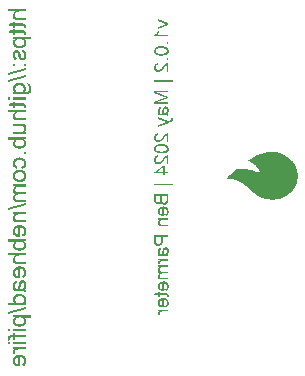
<source format=gbo>
G04 #@! TF.GenerationSoftware,KiCad,Pcbnew,8.0.2-8.0.2-0~ubuntu22.04.1*
G04 #@! TF.CreationDate,2024-05-09T21:57:32-07:00*
G04 #@! TF.ProjectId,pifire-relay-module,70696669-7265-42d7-9265-6c61792d6d6f,rev?*
G04 #@! TF.SameCoordinates,Original*
G04 #@! TF.FileFunction,Legend,Bot*
G04 #@! TF.FilePolarity,Positive*
%FSLAX46Y46*%
G04 Gerber Fmt 4.6, Leading zero omitted, Abs format (unit mm)*
G04 Created by KiCad (PCBNEW 8.0.2-8.0.2-0~ubuntu22.04.1) date 2024-05-09 21:57:32*
%MOMM*%
%LPD*%
G01*
G04 APERTURE LIST*
G04 Aperture macros list*
%AMRoundRect*
0 Rectangle with rounded corners*
0 $1 Rounding radius*
0 $2 $3 $4 $5 $6 $7 $8 $9 X,Y pos of 4 corners*
0 Add a 4 corners polygon primitive as box body*
4,1,4,$2,$3,$4,$5,$6,$7,$8,$9,$2,$3,0*
0 Add four circle primitives for the rounded corners*
1,1,$1+$1,$2,$3*
1,1,$1+$1,$4,$5*
1,1,$1+$1,$6,$7*
1,1,$1+$1,$8,$9*
0 Add four rect primitives between the rounded corners*
20,1,$1+$1,$2,$3,$4,$5,0*
20,1,$1+$1,$4,$5,$6,$7,0*
20,1,$1+$1,$6,$7,$8,$9,0*
20,1,$1+$1,$8,$9,$2,$3,0*%
G04 Aperture macros list end*
%ADD10C,0.000000*%
%ADD11C,0.100000*%
%ADD12O,1.800000X1.800000*%
%ADD13R,1.800000X1.800000*%
%ADD14R,2.200000X2.200000*%
%ADD15O,2.200000X2.200000*%
%ADD16C,1.600000*%
%ADD17O,1.600000X1.600000*%
%ADD18C,3.200000*%
%ADD19R,1.500000X1.050000*%
%ADD20O,1.500000X1.050000*%
%ADD21C,2.000000*%
%ADD22RoundRect,0.250000X0.725000X-0.600000X0.725000X0.600000X-0.725000X0.600000X-0.725000X-0.600000X0*%
%ADD23O,1.950000X1.700000*%
%ADD24R,3.000000X3.000000*%
%ADD25C,3.000000*%
G04 APERTURE END LIST*
D10*
G36*
X77563966Y-46878826D02*
G01*
X77591151Y-46883099D01*
X77617940Y-46890136D01*
X77644301Y-46899867D01*
X77670199Y-46912222D01*
X77695601Y-46927132D01*
X77720473Y-46944529D01*
X77744782Y-46964341D01*
X77768494Y-46986499D01*
X77791575Y-47010935D01*
X77813992Y-47037578D01*
X77835710Y-47066359D01*
X77856698Y-47097209D01*
X77876919Y-47130057D01*
X77896343Y-47164835D01*
X77914933Y-47201473D01*
X77932658Y-47239901D01*
X77949482Y-47280050D01*
X77965374Y-47321850D01*
X77980298Y-47365232D01*
X77994222Y-47410126D01*
X78007111Y-47456463D01*
X78018933Y-47504173D01*
X78029652Y-47553187D01*
X78039237Y-47603435D01*
X78047653Y-47654847D01*
X78054866Y-47707355D01*
X78060844Y-47760888D01*
X78065551Y-47815378D01*
X78068955Y-47870753D01*
X78071022Y-47926946D01*
X78071719Y-47983887D01*
X78068955Y-48097020D01*
X78060844Y-48206885D01*
X78047653Y-48312926D01*
X78029652Y-48414587D01*
X78007111Y-48511311D01*
X77980298Y-48602542D01*
X77949482Y-48687724D01*
X77914933Y-48766301D01*
X77876919Y-48837716D01*
X77835710Y-48901414D01*
X77791575Y-48956838D01*
X77744782Y-49003433D01*
X77720473Y-49023245D01*
X77695601Y-49040641D01*
X77670199Y-49055551D01*
X77644301Y-49067907D01*
X77617940Y-49077638D01*
X77591151Y-49084674D01*
X77563966Y-49088947D01*
X77536419Y-49090387D01*
X77508873Y-49088947D01*
X77481688Y-49084674D01*
X77454899Y-49077638D01*
X77428538Y-49067907D01*
X77402640Y-49055551D01*
X77377238Y-49040641D01*
X77352365Y-49023245D01*
X77328057Y-49003433D01*
X77304345Y-48981274D01*
X77281264Y-48956838D01*
X77258847Y-48930195D01*
X77237128Y-48901414D01*
X77216141Y-48870565D01*
X77195919Y-48837716D01*
X77176496Y-48802938D01*
X77157905Y-48766301D01*
X77140181Y-48727873D01*
X77123356Y-48687724D01*
X77107465Y-48645924D01*
X77092541Y-48602542D01*
X77078617Y-48557648D01*
X77065727Y-48511311D01*
X77053906Y-48463601D01*
X77043186Y-48414587D01*
X77033602Y-48364339D01*
X77025186Y-48312926D01*
X77017972Y-48260419D01*
X77011995Y-48206885D01*
X77007288Y-48152396D01*
X77003883Y-48097020D01*
X77001816Y-48040827D01*
X77001120Y-47983887D01*
X77003883Y-47870753D01*
X77011995Y-47760888D01*
X77025186Y-47654847D01*
X77043186Y-47553187D01*
X77065727Y-47456463D01*
X77092541Y-47365232D01*
X77123356Y-47280050D01*
X77157905Y-47201473D01*
X77195919Y-47130057D01*
X77237128Y-47066359D01*
X77281264Y-47010935D01*
X77328057Y-46964341D01*
X77352365Y-46944529D01*
X77377238Y-46927132D01*
X77402640Y-46912222D01*
X77428538Y-46899867D01*
X77454899Y-46890136D01*
X77481688Y-46883099D01*
X77508873Y-46878826D01*
X77536419Y-46877386D01*
X77563966Y-46878826D01*
G37*
G36*
X76193989Y-45964318D02*
G01*
X76303404Y-45972127D01*
X76411229Y-45984987D01*
X76517327Y-46002772D01*
X76621563Y-46025353D01*
X76723802Y-46052603D01*
X76823909Y-46084396D01*
X76921749Y-46120605D01*
X77017185Y-46161103D01*
X77110083Y-46205761D01*
X77200307Y-46254454D01*
X77287721Y-46307054D01*
X77372192Y-46363435D01*
X77453582Y-46423468D01*
X77531757Y-46487028D01*
X77606581Y-46553986D01*
X77677920Y-46624217D01*
X77745637Y-46697592D01*
X77809597Y-46773985D01*
X77869665Y-46853269D01*
X77925705Y-46935316D01*
X77977583Y-47019999D01*
X78025162Y-47107192D01*
X78068308Y-47196768D01*
X78106885Y-47288598D01*
X78140757Y-47382557D01*
X78169789Y-47478517D01*
X78193847Y-47576351D01*
X78212794Y-47675932D01*
X78226495Y-47777133D01*
X78234815Y-47879827D01*
X78237619Y-47983886D01*
X78234815Y-48087946D01*
X78226495Y-48190640D01*
X78212794Y-48291841D01*
X78193847Y-48391422D01*
X78169789Y-48489256D01*
X78140757Y-48585216D01*
X78106885Y-48679174D01*
X78068308Y-48771005D01*
X78025162Y-48860580D01*
X77977583Y-48947773D01*
X77925705Y-49032457D01*
X77869665Y-49114504D01*
X77809597Y-49193788D01*
X77745637Y-49270181D01*
X77677920Y-49343556D01*
X77606581Y-49413786D01*
X77531757Y-49480745D01*
X77453582Y-49544304D01*
X77372192Y-49604338D01*
X77287721Y-49660718D01*
X77200307Y-49713318D01*
X77110083Y-49762011D01*
X77017185Y-49806670D01*
X76921749Y-49847167D01*
X76823909Y-49883376D01*
X76723802Y-49915169D01*
X76621563Y-49942420D01*
X76517327Y-49965001D01*
X76411229Y-49982785D01*
X76303404Y-49995645D01*
X76193989Y-50003454D01*
X76083119Y-50006086D01*
X75972257Y-50003454D01*
X75862851Y-49995643D01*
X75755034Y-49982780D01*
X75648944Y-49964994D01*
X75544714Y-49942410D01*
X75442481Y-49915156D01*
X75342379Y-49883360D01*
X75244544Y-49847148D01*
X75149112Y-49806649D01*
X75056217Y-49761989D01*
X74965995Y-49713296D01*
X74878582Y-49660697D01*
X74794112Y-49604319D01*
X74712722Y-49544290D01*
X74634546Y-49480736D01*
X74559719Y-49413786D01*
X74379553Y-49249889D01*
X74140657Y-49047292D01*
X74003487Y-48938358D01*
X73856798Y-48827999D01*
X73702310Y-48718966D01*
X73541744Y-48614011D01*
X73376821Y-48515883D01*
X73209262Y-48427333D01*
X73125032Y-48387509D01*
X73040788Y-48351111D01*
X72956745Y-48318482D01*
X72873119Y-48289967D01*
X72790124Y-48265909D01*
X72707977Y-48246652D01*
X72626891Y-48232540D01*
X72547082Y-48223917D01*
X72468765Y-48221126D01*
X72392156Y-48224511D01*
X72317468Y-48234416D01*
X72244918Y-48251185D01*
X72257382Y-48225154D01*
X72270950Y-48199399D01*
X72301235Y-48148654D01*
X72335440Y-48098822D01*
X72373232Y-48049775D01*
X72414276Y-48001385D01*
X72458240Y-47953523D01*
X72504791Y-47906062D01*
X72553594Y-47858874D01*
X72604317Y-47811829D01*
X72656626Y-47764800D01*
X72764669Y-47670278D01*
X72875056Y-47574282D01*
X72985119Y-47475786D01*
X73050322Y-47456433D01*
X73136828Y-47441052D01*
X73241631Y-47429814D01*
X73361729Y-47422894D01*
X73494116Y-47420462D01*
X73635788Y-47422691D01*
X73783740Y-47429754D01*
X73934969Y-47441823D01*
X74086470Y-47459071D01*
X74235238Y-47481670D01*
X74378269Y-47509792D01*
X74512559Y-47543609D01*
X74635104Y-47583295D01*
X74742898Y-47629022D01*
X74790325Y-47654204D01*
X74832937Y-47680962D01*
X74870360Y-47709315D01*
X74902218Y-47739287D01*
X74927661Y-47764006D01*
X74950545Y-47781635D01*
X74970775Y-47792513D01*
X74988255Y-47796981D01*
X75002891Y-47795380D01*
X75014587Y-47788048D01*
X75023248Y-47775328D01*
X75028779Y-47757558D01*
X75031086Y-47735079D01*
X75030071Y-47708232D01*
X75025642Y-47677356D01*
X75017702Y-47642793D01*
X75006156Y-47604881D01*
X74990909Y-47563962D01*
X74971866Y-47520375D01*
X74948931Y-47474461D01*
X74922011Y-47426560D01*
X74891008Y-47377013D01*
X74855829Y-47326159D01*
X74816378Y-47274339D01*
X74772560Y-47221893D01*
X74724280Y-47169161D01*
X74671442Y-47116484D01*
X74613952Y-47064201D01*
X74551714Y-47012654D01*
X74484633Y-46962182D01*
X74412614Y-46913126D01*
X74335562Y-46865825D01*
X74253382Y-46820621D01*
X74165978Y-46777852D01*
X74073255Y-46737860D01*
X73975119Y-46700985D01*
X74248263Y-46543451D01*
X74381181Y-46469063D01*
X74513119Y-46398310D01*
X74645170Y-46331730D01*
X74778425Y-46269857D01*
X74845846Y-46240855D01*
X74913977Y-46213230D01*
X74982956Y-46187052D01*
X75052919Y-46162385D01*
X75192912Y-46117184D01*
X75330649Y-46077280D01*
X75465655Y-46042897D01*
X75597456Y-46014261D01*
X75725578Y-45991597D01*
X75849545Y-45975130D01*
X75909823Y-45969291D01*
X75968884Y-45965085D01*
X76026669Y-45962541D01*
X76083119Y-45961686D01*
X76193989Y-45964318D01*
G37*
G36*
X76878136Y-46538220D02*
G01*
X76948516Y-46543810D01*
X77017873Y-46553016D01*
X77086119Y-46565746D01*
X77153167Y-46581910D01*
X77218930Y-46601417D01*
X77283321Y-46624175D01*
X77346253Y-46650094D01*
X77407640Y-46679083D01*
X77467393Y-46711051D01*
X77525426Y-46745908D01*
X77581652Y-46783561D01*
X77635984Y-46823920D01*
X77688335Y-46866894D01*
X77738617Y-46912392D01*
X77786744Y-46960324D01*
X77832629Y-47010598D01*
X77876184Y-47063124D01*
X77917323Y-47117809D01*
X77955958Y-47174564D01*
X77992002Y-47233298D01*
X78025369Y-47293919D01*
X78055972Y-47356337D01*
X78083722Y-47420461D01*
X78108534Y-47486199D01*
X78130320Y-47553461D01*
X78148993Y-47622155D01*
X78164466Y-47692192D01*
X78176653Y-47763479D01*
X78185465Y-47835927D01*
X78190816Y-47909443D01*
X78192619Y-47983938D01*
X78190816Y-48058423D01*
X78185465Y-48131931D01*
X78176653Y-48204370D01*
X78164466Y-48275650D01*
X78148993Y-48345679D01*
X78130320Y-48414367D01*
X78108534Y-48481623D01*
X78083722Y-48547356D01*
X78055972Y-48611474D01*
X78025369Y-48673887D01*
X77992002Y-48734504D01*
X77955958Y-48793234D01*
X77917323Y-48849985D01*
X77876184Y-48904668D01*
X77832629Y-48957190D01*
X77786744Y-49007462D01*
X77738617Y-49055391D01*
X77688335Y-49100888D01*
X77635984Y-49143860D01*
X77581652Y-49184218D01*
X77525426Y-49221870D01*
X77467393Y-49256725D01*
X77407640Y-49288692D01*
X77346253Y-49317681D01*
X77283321Y-49343599D01*
X77218930Y-49366357D01*
X77153167Y-49385864D01*
X77086119Y-49402027D01*
X77017873Y-49414758D01*
X76948516Y-49423963D01*
X76878136Y-49429553D01*
X76806819Y-49431437D01*
X76770509Y-49430826D01*
X76733341Y-49429007D01*
X76695355Y-49426000D01*
X76656586Y-49421824D01*
X76617074Y-49416500D01*
X76576857Y-49410048D01*
X76535972Y-49402487D01*
X76494457Y-49393837D01*
X76409690Y-49373351D01*
X76322859Y-49348749D01*
X76234267Y-49320191D01*
X76144220Y-49287836D01*
X76099211Y-49270179D01*
X76054838Y-49251437D01*
X76011012Y-49231660D01*
X75967646Y-49210895D01*
X75924650Y-49189191D01*
X75881938Y-49166596D01*
X75797007Y-49118925D01*
X75712146Y-49068268D01*
X75626649Y-49015011D01*
X75450920Y-48902238D01*
X75514043Y-48875850D01*
X75573684Y-48847230D01*
X75629904Y-48816622D01*
X75682764Y-48784269D01*
X75732327Y-48750414D01*
X75778652Y-48715303D01*
X75821801Y-48679177D01*
X75861835Y-48642281D01*
X75898816Y-48604858D01*
X75932804Y-48567152D01*
X75963861Y-48529407D01*
X75992048Y-48491865D01*
X76017426Y-48454771D01*
X76040056Y-48418369D01*
X76060000Y-48382901D01*
X76077319Y-48348612D01*
X76092074Y-48315745D01*
X76104326Y-48284544D01*
X76114136Y-48255251D01*
X76121566Y-48228112D01*
X76126676Y-48203369D01*
X76129528Y-48181267D01*
X76130184Y-48162048D01*
X76128703Y-48145956D01*
X76125149Y-48133235D01*
X76119580Y-48124129D01*
X76112060Y-48118881D01*
X76102649Y-48117734D01*
X76091408Y-48120933D01*
X76078399Y-48128720D01*
X76063682Y-48141341D01*
X76047319Y-48159037D01*
X76026821Y-48180493D01*
X76002744Y-48200790D01*
X75975330Y-48219944D01*
X75944820Y-48237971D01*
X75911455Y-48254885D01*
X75875478Y-48270702D01*
X75796651Y-48299107D01*
X75710271Y-48323311D01*
X75618270Y-48343437D01*
X75522579Y-48359608D01*
X75425131Y-48371949D01*
X75327858Y-48380584D01*
X75232691Y-48385635D01*
X75141562Y-48387228D01*
X75056404Y-48385485D01*
X74979149Y-48380531D01*
X74911729Y-48372489D01*
X74856074Y-48361483D01*
X74814119Y-48347637D01*
X74743351Y-48277118D01*
X74672368Y-48208395D01*
X74602886Y-48140734D01*
X74569243Y-48107072D01*
X74536618Y-48073400D01*
X74505227Y-48039626D01*
X74475283Y-48005658D01*
X74447000Y-47971404D01*
X74420593Y-47936773D01*
X74396278Y-47901672D01*
X74374267Y-47866011D01*
X74354776Y-47829696D01*
X74346042Y-47811265D01*
X74338018Y-47792637D01*
X74384689Y-47804639D01*
X74432735Y-47811728D01*
X74482017Y-47814150D01*
X74532396Y-47812150D01*
X74583735Y-47805977D01*
X74635895Y-47795874D01*
X74688738Y-47782088D01*
X74742125Y-47764866D01*
X74795918Y-47744454D01*
X74849979Y-47721096D01*
X74904170Y-47695041D01*
X74958351Y-47666533D01*
X75066133Y-47603144D01*
X75172219Y-47532899D01*
X75275502Y-47457766D01*
X75374874Y-47379714D01*
X75469230Y-47300711D01*
X75557462Y-47222726D01*
X75638464Y-47147727D01*
X75711129Y-47077684D01*
X75827018Y-46960337D01*
X75875133Y-46912415D01*
X75925405Y-46866924D01*
X75977748Y-46823955D01*
X76032073Y-46783598D01*
X76088294Y-46745945D01*
X76146323Y-46711088D01*
X76206073Y-46679117D01*
X76267456Y-46650124D01*
X76330385Y-46624200D01*
X76394772Y-46601437D01*
X76460529Y-46581925D01*
X76527570Y-46565757D01*
X76595807Y-46553022D01*
X76665152Y-46543813D01*
X76735519Y-46538221D01*
X76806819Y-46536336D01*
X76878136Y-46538220D01*
G37*
D11*
G36*
X55245000Y-33889218D02*
G01*
X53720924Y-33889218D01*
X53720924Y-34074598D01*
X54296116Y-34074598D01*
X54236104Y-34125642D01*
X54188508Y-34181502D01*
X54148672Y-34252761D01*
X54125737Y-34330577D01*
X54119528Y-34402494D01*
X54125243Y-34482307D01*
X54142386Y-34554501D01*
X54167889Y-34613520D01*
X54212990Y-34677984D01*
X54270306Y-34725519D01*
X54300879Y-34741748D01*
X54375394Y-34765412D01*
X54453940Y-34776790D01*
X54527545Y-34780430D01*
X54547442Y-34780582D01*
X55245000Y-34780582D01*
X55245000Y-34594836D01*
X54566859Y-34594836D01*
X54489136Y-34588932D01*
X54414947Y-34566263D01*
X54369023Y-34534385D01*
X54326697Y-34472205D01*
X54308619Y-34397262D01*
X54307107Y-34364026D01*
X54316284Y-34288920D01*
X54343815Y-34218160D01*
X54348872Y-34209054D01*
X54394548Y-34150144D01*
X54457643Y-34107360D01*
X54462079Y-34105373D01*
X54535038Y-34084336D01*
X54614208Y-34075680D01*
X54659549Y-34074598D01*
X55245000Y-34074598D01*
X55245000Y-33889218D01*
G37*
G36*
X55086730Y-35462020D02*
G01*
X55250495Y-35488764D01*
X55263959Y-35414576D01*
X55268447Y-35348813D01*
X55263307Y-35274154D01*
X55242871Y-35202850D01*
X55237306Y-35192009D01*
X55188071Y-35133443D01*
X55155607Y-35113974D01*
X55083656Y-35097670D01*
X55008408Y-35092346D01*
X54942749Y-35091259D01*
X54330554Y-35091259D01*
X54330554Y-34954972D01*
X54142976Y-34954972D01*
X54142976Y-35091259D01*
X53871866Y-35091259D01*
X53760858Y-35275540D01*
X54142976Y-35275540D01*
X54142976Y-35462020D01*
X54330554Y-35462020D01*
X54330554Y-35275540D01*
X54937254Y-35275540D01*
X55012793Y-35279643D01*
X55033974Y-35285066D01*
X55068412Y-35316939D01*
X55080868Y-35380687D01*
X55086020Y-35455777D01*
X55086730Y-35462020D01*
G37*
G36*
X55086730Y-36045272D02*
G01*
X55250495Y-36072016D01*
X55263959Y-35997827D01*
X55268447Y-35932065D01*
X55263307Y-35857405D01*
X55242871Y-35786102D01*
X55237306Y-35775261D01*
X55188071Y-35716695D01*
X55155607Y-35697226D01*
X55083656Y-35680922D01*
X55008408Y-35675598D01*
X54942749Y-35674511D01*
X54330554Y-35674511D01*
X54330554Y-35538224D01*
X54142976Y-35538224D01*
X54142976Y-35674511D01*
X53871866Y-35674511D01*
X53760858Y-35858792D01*
X54142976Y-35858792D01*
X54142976Y-36045272D01*
X54330554Y-36045272D01*
X54330554Y-35858792D01*
X54937254Y-35858792D01*
X55012793Y-35862895D01*
X55033974Y-35868318D01*
X55068412Y-35900191D01*
X55080868Y-35963939D01*
X55086020Y-36039029D01*
X55086730Y-36045272D01*
G37*
G36*
X55667051Y-36409071D02*
G01*
X55098454Y-36409071D01*
X55116469Y-36421299D01*
X55173299Y-36470586D01*
X55220453Y-36529972D01*
X55231702Y-36548765D01*
X55259261Y-36619140D01*
X55268447Y-36696667D01*
X55267816Y-36720329D01*
X55256596Y-36797666D01*
X55231351Y-36872642D01*
X55196639Y-36938101D01*
X55172556Y-36972709D01*
X55121496Y-37028241D01*
X55060525Y-37075079D01*
X54989644Y-37113224D01*
X54919943Y-37139670D01*
X54846029Y-37158561D01*
X54767902Y-37169895D01*
X54685561Y-37173674D01*
X54627511Y-37171754D01*
X54552876Y-37163225D01*
X54472688Y-37145473D01*
X54396500Y-37119085D01*
X54372292Y-37108386D01*
X54305928Y-37070725D01*
X54243202Y-37019091D01*
X54192069Y-36957152D01*
X54179105Y-36936801D01*
X54145102Y-36864730D01*
X54125266Y-36786148D01*
X54119528Y-36709856D01*
X54120353Y-36692271D01*
X54307107Y-36692271D01*
X54318363Y-36770443D01*
X54352130Y-36840736D01*
X54402362Y-36897801D01*
X54455988Y-36935468D01*
X54530660Y-36964979D01*
X54609783Y-36979777D01*
X54688859Y-36983897D01*
X54771663Y-36979672D01*
X54853975Y-36964496D01*
X54923143Y-36938284D01*
X54985247Y-36895603D01*
X54991130Y-36890073D01*
X55039688Y-36830954D01*
X55071530Y-36757906D01*
X55080868Y-36684211D01*
X55069959Y-36604831D01*
X55037231Y-36533936D01*
X54988545Y-36476849D01*
X54936063Y-36439503D01*
X54861913Y-36410242D01*
X54782572Y-36395571D01*
X54702780Y-36391486D01*
X54622711Y-36395851D01*
X54541979Y-36411530D01*
X54472742Y-36438613D01*
X54408590Y-36482711D01*
X54355073Y-36542374D01*
X54319099Y-36614119D01*
X54307107Y-36692271D01*
X54120353Y-36692271D01*
X54121357Y-36670847D01*
X54137869Y-36593927D01*
X54171552Y-36527407D01*
X54204725Y-36486378D01*
X54261757Y-36435459D01*
X54326891Y-36392585D01*
X54142976Y-36392585D01*
X54142976Y-36223691D01*
X55667051Y-36223691D01*
X55667051Y-36409071D01*
G37*
G36*
X54916737Y-37317288D02*
G01*
X54893290Y-37500837D01*
X54964656Y-37524890D01*
X55023067Y-37574161D01*
X55032508Y-37586933D01*
X55063819Y-37653634D01*
X55078554Y-37731627D01*
X55080868Y-37784403D01*
X55076539Y-37857683D01*
X55057967Y-37933798D01*
X55036538Y-37973813D01*
X54981798Y-38023878D01*
X54932491Y-38035729D01*
X54865034Y-38004817D01*
X54848227Y-37980774D01*
X54822730Y-37908341D01*
X54804641Y-37835884D01*
X54794738Y-37791364D01*
X54775332Y-37719244D01*
X54753994Y-37646240D01*
X54728621Y-37569997D01*
X54703147Y-37508531D01*
X54663486Y-37446901D01*
X54608387Y-37397056D01*
X54595802Y-37389096D01*
X54528434Y-37359907D01*
X54454788Y-37348588D01*
X54444494Y-37348429D01*
X54367511Y-37357839D01*
X54304909Y-37381769D01*
X54242603Y-37424301D01*
X54197930Y-37472993D01*
X54161036Y-37539339D01*
X54142609Y-37590963D01*
X54126043Y-37663364D01*
X54119619Y-37740435D01*
X54119528Y-37751064D01*
X54123142Y-37828551D01*
X54135464Y-37906597D01*
X54156531Y-37977110D01*
X54190652Y-38047826D01*
X54237134Y-38105047D01*
X54256182Y-38120725D01*
X54324334Y-38157986D01*
X54398635Y-38179990D01*
X54424344Y-38184839D01*
X54447791Y-38003489D01*
X54379378Y-37972165D01*
X54344476Y-37931681D01*
X54316449Y-37860423D01*
X54307435Y-37784452D01*
X54307107Y-37764619D01*
X54311306Y-37685373D01*
X54328797Y-37609558D01*
X54342644Y-37582170D01*
X54397049Y-37532912D01*
X54425443Y-37527581D01*
X54480031Y-37550296D01*
X54519379Y-37615426D01*
X54521430Y-37621371D01*
X54539750Y-37692537D01*
X54557558Y-37768568D01*
X54561364Y-37785136D01*
X54583996Y-37865511D01*
X54607587Y-37943415D01*
X54631225Y-38013266D01*
X54649658Y-38059542D01*
X54688786Y-38125295D01*
X54741599Y-38176235D01*
X54749675Y-38181908D01*
X54818159Y-38213727D01*
X54894715Y-38225849D01*
X54912707Y-38226238D01*
X54988288Y-38217289D01*
X55060240Y-38190443D01*
X55092226Y-38172016D01*
X55150065Y-38124824D01*
X55197189Y-38064030D01*
X55222651Y-38015945D01*
X55248724Y-37942720D01*
X55263035Y-37870592D01*
X55268402Y-37793169D01*
X55268447Y-37785136D01*
X55265330Y-37708731D01*
X55253814Y-37628579D01*
X55230264Y-37548826D01*
X55195631Y-37481713D01*
X55179787Y-37459804D01*
X55123134Y-37403354D01*
X55052919Y-37359714D01*
X54979119Y-37331675D01*
X54916737Y-37317288D01*
G37*
G36*
X54330554Y-38492219D02*
G01*
X54142976Y-38492219D01*
X54142976Y-38703611D01*
X54330554Y-38703611D01*
X54330554Y-38492219D01*
G37*
G36*
X55245000Y-38492219D02*
G01*
X55057421Y-38492219D01*
X55057421Y-38703611D01*
X55245000Y-38703611D01*
X55245000Y-38492219D01*
G37*
G36*
X55245000Y-38884961D02*
G01*
X53720924Y-39322766D01*
X53720924Y-39471144D01*
X55245000Y-39034438D01*
X55245000Y-38884961D01*
G37*
G36*
X55245000Y-39468213D02*
G01*
X53720924Y-39906018D01*
X53720924Y-40054396D01*
X55245000Y-39617690D01*
X55245000Y-39468213D01*
G37*
G36*
X54716860Y-40120091D02*
G01*
X54798905Y-40127325D01*
X54876365Y-40143241D01*
X54949240Y-40167837D01*
X55017530Y-40201115D01*
X55081235Y-40243073D01*
X55136889Y-40293078D01*
X55187266Y-40360435D01*
X55221970Y-40437504D01*
X55239242Y-40511294D01*
X55245000Y-40592219D01*
X55243763Y-40625697D01*
X55231261Y-40699731D01*
X55200486Y-40777343D01*
X55159133Y-40839130D01*
X55104316Y-40895202D01*
X55171758Y-40894929D01*
X55249066Y-40891924D01*
X55323035Y-40881646D01*
X55333557Y-40878401D01*
X55402980Y-40842745D01*
X55455659Y-40787124D01*
X55480582Y-40737629D01*
X55498305Y-40663029D01*
X55502920Y-40588189D01*
X55501452Y-40545178D01*
X55489705Y-40469821D01*
X55461154Y-40399877D01*
X55432647Y-40366802D01*
X55362236Y-40336863D01*
X55338789Y-40156612D01*
X55401755Y-40159479D01*
X55476012Y-40176928D01*
X55546305Y-40215168D01*
X55602571Y-40273115D01*
X55613218Y-40288475D01*
X55648939Y-40355783D01*
X55673669Y-40432480D01*
X55686291Y-40507290D01*
X55690498Y-40589288D01*
X55688309Y-40649283D01*
X55678577Y-40723586D01*
X55658324Y-40799404D01*
X55628217Y-40866992D01*
X55620255Y-40880859D01*
X55575168Y-40943070D01*
X55521280Y-40993402D01*
X55458590Y-41031856D01*
X55413192Y-41049536D01*
X55336233Y-41067419D01*
X55253491Y-41077732D01*
X55171128Y-41082609D01*
X55094424Y-41083879D01*
X54142976Y-41083879D01*
X54142976Y-40912787D01*
X54283660Y-40912787D01*
X54245191Y-40880307D01*
X54190214Y-40818342D01*
X54150944Y-40749855D01*
X54127382Y-40674847D01*
X54120834Y-40606873D01*
X54307107Y-40606873D01*
X54307476Y-40622438D01*
X54320399Y-40695968D01*
X54351783Y-40762343D01*
X54401629Y-40821563D01*
X54454408Y-40860672D01*
X54527415Y-40891314D01*
X54604426Y-40906678D01*
X54681165Y-40910956D01*
X54739427Y-40908836D01*
X54822117Y-40896625D01*
X54899651Y-40869916D01*
X54966563Y-40824127D01*
X54972153Y-40818683D01*
X55018292Y-40759836D01*
X55048548Y-40685848D01*
X55057421Y-40610170D01*
X55057332Y-40602153D01*
X55046642Y-40526619D01*
X55014303Y-40453284D01*
X54966196Y-40395481D01*
X54913692Y-40358135D01*
X54838585Y-40328875D01*
X54757567Y-40314203D01*
X54675669Y-40310118D01*
X54620740Y-40312229D01*
X54542006Y-40324388D01*
X54466896Y-40350985D01*
X54400163Y-40396580D01*
X54394438Y-40402043D01*
X54347183Y-40460604D01*
X54316195Y-40533285D01*
X54307107Y-40606873D01*
X54120834Y-40606873D01*
X54119528Y-40593318D01*
X54120662Y-40557632D01*
X54131500Y-40481607D01*
X54153815Y-40411495D01*
X54192069Y-40340526D01*
X54211154Y-40314394D01*
X54267182Y-40256026D01*
X54327763Y-40211999D01*
X54397965Y-40176029D01*
X54457323Y-40154045D01*
X54537092Y-40133714D01*
X54611258Y-40123135D01*
X54688492Y-40119609D01*
X54716860Y-40120091D01*
G37*
G36*
X53908503Y-41359752D02*
G01*
X53720924Y-41359752D01*
X53720924Y-41545132D01*
X53908503Y-41545132D01*
X53908503Y-41359752D01*
G37*
G36*
X55245000Y-41359752D02*
G01*
X54142976Y-41359752D01*
X54142976Y-41545132D01*
X55245000Y-41545132D01*
X55245000Y-41359752D01*
G37*
G36*
X55086730Y-42229501D02*
G01*
X55250495Y-42256245D01*
X55263959Y-42182056D01*
X55268447Y-42116294D01*
X55263307Y-42041634D01*
X55242871Y-41970331D01*
X55237306Y-41959490D01*
X55188071Y-41900924D01*
X55155607Y-41881454D01*
X55083656Y-41865151D01*
X55008408Y-41859827D01*
X54942749Y-41858740D01*
X54330554Y-41858740D01*
X54330554Y-41722452D01*
X54142976Y-41722452D01*
X54142976Y-41858740D01*
X53871866Y-41858740D01*
X53760858Y-42043021D01*
X54142976Y-42043021D01*
X54142976Y-42229501D01*
X54330554Y-42229501D01*
X54330554Y-42043021D01*
X54937254Y-42043021D01*
X55012793Y-42047123D01*
X55033974Y-42052547D01*
X55068412Y-42084420D01*
X55080868Y-42148168D01*
X55086020Y-42223258D01*
X55086730Y-42229501D01*
G37*
G36*
X55245000Y-42407920D02*
G01*
X53720924Y-42407920D01*
X53720924Y-42593300D01*
X54296116Y-42593300D01*
X54236104Y-42644344D01*
X54188508Y-42700204D01*
X54148672Y-42771463D01*
X54125737Y-42849279D01*
X54119528Y-42921196D01*
X54125243Y-43001009D01*
X54142386Y-43073203D01*
X54167889Y-43132222D01*
X54212990Y-43196686D01*
X54270306Y-43244221D01*
X54300879Y-43260450D01*
X54375394Y-43284114D01*
X54453940Y-43295492D01*
X54527545Y-43299133D01*
X54547442Y-43299284D01*
X55245000Y-43299284D01*
X55245000Y-43113538D01*
X54566859Y-43113538D01*
X54489136Y-43107634D01*
X54414947Y-43084965D01*
X54369023Y-43053087D01*
X54326697Y-42990907D01*
X54308619Y-42915964D01*
X54307107Y-42882728D01*
X54316284Y-42807622D01*
X54343815Y-42736862D01*
X54348872Y-42727756D01*
X54394548Y-42668846D01*
X54457643Y-42626062D01*
X54462079Y-42624075D01*
X54535038Y-42603038D01*
X54614208Y-42594382D01*
X54659549Y-42593300D01*
X55245000Y-42593300D01*
X55245000Y-42407920D01*
G37*
G36*
X55245000Y-44292864D02*
G01*
X55055589Y-44292864D01*
X55116910Y-44250671D01*
X55176777Y-44194137D01*
X55221676Y-44131162D01*
X55251609Y-44061748D01*
X55266576Y-43985893D01*
X55268447Y-43945551D01*
X55262279Y-43869021D01*
X55243777Y-43796604D01*
X55231078Y-43764567D01*
X55194733Y-43699431D01*
X55144266Y-43645255D01*
X55137288Y-43640003D01*
X55070208Y-43603619D01*
X54999169Y-43582850D01*
X54922582Y-43573988D01*
X54846607Y-43571593D01*
X54824780Y-43571493D01*
X54142976Y-43571493D01*
X54142976Y-43757240D01*
X54736486Y-43757240D01*
X54816084Y-43758349D01*
X54892604Y-43763107D01*
X54927728Y-43768597D01*
X54995052Y-43798242D01*
X55040202Y-43842602D01*
X55071933Y-43910486D01*
X55080868Y-43982920D01*
X55071691Y-44058896D01*
X55044160Y-44130203D01*
X55039103Y-44139357D01*
X54993347Y-44198632D01*
X54929988Y-44241096D01*
X54925530Y-44243039D01*
X54849966Y-44263825D01*
X54773179Y-44271992D01*
X54716336Y-44273447D01*
X54142976Y-44273447D01*
X54142976Y-44458827D01*
X55245000Y-44458827D01*
X55245000Y-44292864D01*
G37*
G36*
X55245000Y-44914951D02*
G01*
X55069511Y-44914951D01*
X55126822Y-44951442D01*
X55182772Y-45000592D01*
X55230369Y-45065325D01*
X55258927Y-45138016D01*
X55268447Y-45218667D01*
X55264681Y-45278206D01*
X55246757Y-45356963D01*
X55214071Y-45430356D01*
X55166625Y-45498384D01*
X55114207Y-45552424D01*
X55062877Y-45592531D01*
X54993016Y-45631687D01*
X54914139Y-45661053D01*
X54841521Y-45678047D01*
X54762642Y-45688244D01*
X54677501Y-45691643D01*
X54604515Y-45688423D01*
X54527535Y-45677443D01*
X54454019Y-45658670D01*
X54409650Y-45643035D01*
X54340442Y-45610603D01*
X54275233Y-45567445D01*
X54248653Y-45544480D01*
X54199105Y-45487035D01*
X54160561Y-45419068D01*
X54142609Y-45373318D01*
X54125299Y-45302118D01*
X54119528Y-45227826D01*
X54120818Y-45211706D01*
X54307107Y-45211706D01*
X54318233Y-45290373D01*
X54351610Y-45360643D01*
X54401263Y-45417236D01*
X54454798Y-45454422D01*
X54530461Y-45483557D01*
X54611439Y-45498165D01*
X54692889Y-45502233D01*
X54761930Y-45499116D01*
X54843526Y-45485262D01*
X54921034Y-45456431D01*
X54983415Y-45413572D01*
X54989411Y-45407999D01*
X55038899Y-45348722D01*
X55071351Y-45276080D01*
X55080868Y-45203279D01*
X55076219Y-45149402D01*
X55051808Y-45076749D01*
X55006473Y-45013892D01*
X54948611Y-44966242D01*
X54908510Y-44945400D01*
X54834435Y-44924505D01*
X54760956Y-44915312D01*
X54686294Y-44912752D01*
X54620241Y-44915869D01*
X54541667Y-44929723D01*
X54466245Y-44958554D01*
X54404560Y-45001413D01*
X54398564Y-45006986D01*
X54349076Y-45066263D01*
X54316624Y-45138905D01*
X54307107Y-45211706D01*
X54120818Y-45211706D01*
X54123956Y-45172499D01*
X54145031Y-45100331D01*
X54183462Y-45034334D01*
X54239248Y-44974508D01*
X54300879Y-44928140D01*
X53720924Y-44928140D01*
X53720924Y-44742759D01*
X55245000Y-44742759D01*
X55245000Y-44914951D01*
G37*
G36*
X55245000Y-45964218D02*
G01*
X55057421Y-45964218D01*
X55057421Y-46175610D01*
X55245000Y-46175610D01*
X55245000Y-45964218D01*
G37*
G36*
X54846395Y-47209124D02*
G01*
X54869842Y-47391573D01*
X54947856Y-47373977D01*
X55018085Y-47347475D01*
X55088817Y-47306282D01*
X55149381Y-47253457D01*
X55162934Y-47238433D01*
X55209096Y-47173380D01*
X55242069Y-47101321D01*
X55261852Y-47022255D01*
X55268344Y-46947325D01*
X55268447Y-46936182D01*
X55263269Y-46854931D01*
X55247736Y-46779888D01*
X55221847Y-46711053D01*
X55178555Y-46638592D01*
X55130229Y-46583208D01*
X55121168Y-46574581D01*
X55061306Y-46528264D01*
X54992454Y-46491531D01*
X54914612Y-46464380D01*
X54842876Y-46449074D01*
X54764896Y-46440423D01*
X54698018Y-46438293D01*
X54622258Y-46441098D01*
X54540914Y-46451173D01*
X54465157Y-46468576D01*
X54394986Y-46493305D01*
X54386608Y-46496912D01*
X54316692Y-46534901D01*
X54257383Y-46582512D01*
X54208681Y-46639744D01*
X54186207Y-46675697D01*
X54153975Y-46744943D01*
X54132291Y-46817493D01*
X54121156Y-46893347D01*
X54119528Y-46936915D01*
X54123911Y-47011853D01*
X54139653Y-47089854D01*
X54166845Y-47159704D01*
X54211120Y-47228541D01*
X54268725Y-47285963D01*
X54330149Y-47326155D01*
X54401189Y-47356133D01*
X54471238Y-47373988D01*
X54494685Y-47193736D01*
X54426458Y-47166309D01*
X54366819Y-47118283D01*
X54354368Y-47102512D01*
X54320445Y-47035074D01*
X54307522Y-46961383D01*
X54307107Y-46944242D01*
X54314439Y-46869487D01*
X54339784Y-46796214D01*
X54383232Y-46733245D01*
X54399797Y-46716364D01*
X54460455Y-46674037D01*
X54538154Y-46645562D01*
X54610367Y-46632993D01*
X54692889Y-46628803D01*
X54776677Y-46632835D01*
X54849807Y-46644931D01*
X54920332Y-46668631D01*
X54983032Y-46707882D01*
X54988911Y-46713066D01*
X55037404Y-46771005D01*
X55067937Y-46839033D01*
X55080509Y-46917150D01*
X55080868Y-46933984D01*
X55072780Y-47010818D01*
X55045761Y-47082659D01*
X55023349Y-47116434D01*
X54966396Y-47167079D01*
X54895685Y-47198052D01*
X54846395Y-47209124D01*
G37*
G36*
X54761559Y-47477320D02*
G01*
X54840291Y-47486319D01*
X54912656Y-47502242D01*
X54991086Y-47530488D01*
X55060346Y-47568703D01*
X55120436Y-47616887D01*
X55138359Y-47634953D01*
X55185191Y-47693274D01*
X55221615Y-47757777D01*
X55247633Y-47828463D01*
X55263243Y-47905330D01*
X55268447Y-47988381D01*
X55266810Y-48032600D01*
X55255614Y-48109445D01*
X55233811Y-48182755D01*
X55201402Y-48252529D01*
X55179012Y-48289012D01*
X55132039Y-48347558D01*
X55076488Y-48396946D01*
X55012358Y-48437177D01*
X54980536Y-48452032D01*
X54908408Y-48475800D01*
X54836017Y-48490097D01*
X54754966Y-48498330D01*
X54678600Y-48500558D01*
X54630483Y-48499299D01*
X54554723Y-48491605D01*
X54471132Y-48473139D01*
X54395527Y-48444601D01*
X54327907Y-48405991D01*
X54268272Y-48357309D01*
X54250260Y-48339081D01*
X54203197Y-48280533D01*
X54166592Y-48216189D01*
X54140446Y-48146049D01*
X54124758Y-48070113D01*
X54119528Y-47988381D01*
X54307107Y-47988381D01*
X54307485Y-48005332D01*
X54320708Y-48084809D01*
X54352822Y-48155484D01*
X54403827Y-48217358D01*
X54457706Y-48257750D01*
X54531949Y-48289396D01*
X54610059Y-48305264D01*
X54687759Y-48309682D01*
X54769920Y-48305299D01*
X54851883Y-48289557D01*
X54921114Y-48262366D01*
X54983782Y-48218091D01*
X55001132Y-48200509D01*
X55046642Y-48135994D01*
X55073189Y-48062392D01*
X55080868Y-47988381D01*
X55080492Y-47971164D01*
X55067319Y-47890664D01*
X55035326Y-47819467D01*
X54984515Y-47757571D01*
X54922401Y-47713296D01*
X54854246Y-47686105D01*
X54773909Y-47670363D01*
X54693621Y-47665980D01*
X54624258Y-47669200D01*
X54542513Y-47683511D01*
X54465220Y-47713296D01*
X54403461Y-47757571D01*
X54386241Y-47775163D01*
X54341075Y-47839849D01*
X54314729Y-47913838D01*
X54307107Y-47988381D01*
X54119528Y-47988381D01*
X54121435Y-47938601D01*
X54133944Y-47856114D01*
X54158130Y-47779519D01*
X54193991Y-47708813D01*
X54241528Y-47643998D01*
X54250887Y-47633607D01*
X54313518Y-47578189D01*
X54387252Y-47534646D01*
X54457178Y-47507432D01*
X54534813Y-47488464D01*
X54620160Y-47477743D01*
X54693988Y-47475104D01*
X54761559Y-47477320D01*
G37*
G36*
X55245000Y-48712316D02*
G01*
X54142976Y-48712316D01*
X54142976Y-48878279D01*
X54324326Y-48878279D01*
X54260184Y-48921762D01*
X54206242Y-48974725D01*
X54175949Y-49015300D01*
X54141568Y-49082671D01*
X54123055Y-49156739D01*
X54119528Y-49209839D01*
X54126325Y-49288267D01*
X54149243Y-49361975D01*
X54177048Y-49409141D01*
X54231103Y-49464927D01*
X54294524Y-49502897D01*
X54337515Y-49519050D01*
X54274716Y-49561503D01*
X54213408Y-49617522D01*
X54167426Y-49679080D01*
X54136772Y-49746176D01*
X54121444Y-49818810D01*
X54119528Y-49857205D01*
X54125207Y-49933843D01*
X54145171Y-50008840D01*
X54184212Y-50078235D01*
X54210387Y-50107431D01*
X54276533Y-50153606D01*
X54352460Y-50180542D01*
X54432992Y-50192855D01*
X54489556Y-50194993D01*
X55245000Y-50194993D01*
X55245000Y-50010345D01*
X54570157Y-50010345D01*
X54491846Y-50007382D01*
X54416755Y-49993498D01*
X54413719Y-49992393D01*
X54352238Y-49948773D01*
X54336416Y-49926814D01*
X54310570Y-49857684D01*
X54307107Y-49815806D01*
X54315982Y-49741097D01*
X54345906Y-49670162D01*
X54382212Y-49624197D01*
X54444539Y-49580811D01*
X54519758Y-49556998D01*
X54592659Y-49548663D01*
X54622913Y-49547993D01*
X55245000Y-49547993D01*
X55245000Y-49362247D01*
X54549274Y-49362247D01*
X54473089Y-49356878D01*
X54401583Y-49336693D01*
X54367557Y-49316817D01*
X54322219Y-49257192D01*
X54307343Y-49181127D01*
X54307107Y-49168440D01*
X54317182Y-49093244D01*
X54347407Y-49023726D01*
X54397049Y-48966482D01*
X54460558Y-48929285D01*
X54465376Y-48927372D01*
X54539789Y-48908158D01*
X54620417Y-48899551D01*
X54689225Y-48897697D01*
X55245000Y-48897697D01*
X55245000Y-48712316D01*
G37*
G36*
X55245000Y-50321388D02*
G01*
X53720924Y-50759193D01*
X53720924Y-50907571D01*
X55245000Y-50470865D01*
X55245000Y-50321388D01*
G37*
G36*
X55245000Y-51043859D02*
G01*
X54142976Y-51043859D01*
X54142976Y-51210554D01*
X54298681Y-51210554D01*
X54237797Y-51259528D01*
X54189510Y-51316050D01*
X54153819Y-51380119D01*
X54130725Y-51451736D01*
X54120228Y-51530901D01*
X54119528Y-51558967D01*
X54125454Y-51636677D01*
X54143231Y-51709067D01*
X54155432Y-51740683D01*
X54190875Y-51805388D01*
X54242029Y-51859587D01*
X54249221Y-51864881D01*
X54316929Y-51901836D01*
X54386974Y-51922766D01*
X54463884Y-51930771D01*
X54544693Y-51932934D01*
X54568325Y-51933025D01*
X55245000Y-51933025D01*
X55245000Y-51747644D01*
X54593604Y-51747644D01*
X54518230Y-51744605D01*
X54442255Y-51731095D01*
X54427641Y-51726029D01*
X54365137Y-51683143D01*
X54340080Y-51649092D01*
X54312549Y-51576988D01*
X54307107Y-51519766D01*
X54315808Y-51442220D01*
X54341913Y-51372293D01*
X54380746Y-51315334D01*
X54439686Y-51269932D01*
X54514819Y-51243448D01*
X54587721Y-51232266D01*
X54660282Y-51229239D01*
X55245000Y-51229239D01*
X55245000Y-51043859D01*
G37*
G36*
X54752381Y-52151149D02*
G01*
X54829771Y-52158705D01*
X54914943Y-52176840D01*
X54991716Y-52204867D01*
X55060091Y-52242786D01*
X55120069Y-52290596D01*
X55138037Y-52308569D01*
X55184984Y-52367143D01*
X55221499Y-52432698D01*
X55247581Y-52505234D01*
X55263230Y-52584751D01*
X55268447Y-52671249D01*
X55268111Y-52694840D01*
X55261637Y-52773197D01*
X55246923Y-52844997D01*
X55220018Y-52919025D01*
X55182351Y-52984490D01*
X55141336Y-53034486D01*
X55078762Y-53087896D01*
X55013847Y-53125105D01*
X54940184Y-53152651D01*
X54916737Y-52960676D01*
X54932402Y-52952513D01*
X54994693Y-52907433D01*
X55041667Y-52846371D01*
X55052961Y-52823092D01*
X55074399Y-52750203D01*
X55080868Y-52672348D01*
X55080538Y-52655396D01*
X55068967Y-52575919D01*
X55040867Y-52505244D01*
X54996238Y-52443370D01*
X54967976Y-52416734D01*
X54900556Y-52375374D01*
X54827459Y-52351733D01*
X54752606Y-52341521D01*
X54752606Y-53157780D01*
X54702048Y-53158513D01*
X54634745Y-53156338D01*
X54556075Y-53147501D01*
X54483470Y-53131866D01*
X54404348Y-53104131D01*
X54333959Y-53066607D01*
X54272302Y-53019295D01*
X54220383Y-52964392D01*
X54173387Y-52893175D01*
X54141012Y-52814245D01*
X54124899Y-52740451D01*
X54119652Y-52662822D01*
X54307107Y-52662822D01*
X54307880Y-52688874D01*
X54319472Y-52761466D01*
X54348666Y-52832334D01*
X54395034Y-52892899D01*
X54418313Y-52912884D01*
X54488057Y-52947195D01*
X54565027Y-52962875D01*
X54565027Y-52351779D01*
X54502643Y-52363104D01*
X54431185Y-52397407D01*
X54377449Y-52448133D01*
X54337401Y-52512841D01*
X54313976Y-52587074D01*
X54307107Y-52662822D01*
X54119652Y-52662822D01*
X54119528Y-52660990D01*
X54120127Y-52632974D01*
X54129100Y-52552890D01*
X54148840Y-52478757D01*
X54179349Y-52410575D01*
X54220625Y-52348343D01*
X54272669Y-52292062D01*
X54323557Y-52251110D01*
X54392628Y-52211131D01*
X54470432Y-52181146D01*
X54541939Y-52163794D01*
X54619511Y-52153383D01*
X54703147Y-52149912D01*
X54752381Y-52151149D01*
G37*
G36*
X55245000Y-53550889D02*
G01*
X55069511Y-53550889D01*
X55126822Y-53587381D01*
X55182772Y-53636531D01*
X55230369Y-53701263D01*
X55258927Y-53773955D01*
X55268447Y-53854605D01*
X55264681Y-53914145D01*
X55246757Y-53992902D01*
X55214071Y-54066295D01*
X55166625Y-54134323D01*
X55114207Y-54188363D01*
X55062877Y-54228470D01*
X54993016Y-54267625D01*
X54914139Y-54296992D01*
X54841521Y-54313986D01*
X54762642Y-54324183D01*
X54677501Y-54327581D01*
X54604515Y-54324361D01*
X54527535Y-54313381D01*
X54454019Y-54294609D01*
X54409650Y-54278973D01*
X54340442Y-54246542D01*
X54275233Y-54203384D01*
X54248653Y-54180419D01*
X54199105Y-54122973D01*
X54160561Y-54055006D01*
X54142609Y-54009257D01*
X54125299Y-53938056D01*
X54119528Y-53863764D01*
X54120818Y-53847644D01*
X54307107Y-53847644D01*
X54318233Y-53926312D01*
X54351610Y-53996581D01*
X54401263Y-54053175D01*
X54454798Y-54090361D01*
X54530461Y-54119495D01*
X54611439Y-54134104D01*
X54692889Y-54138171D01*
X54761930Y-54135054D01*
X54843526Y-54121201D01*
X54921034Y-54092369D01*
X54983415Y-54049511D01*
X54989411Y-54043938D01*
X55038899Y-53984661D01*
X55071351Y-53912019D01*
X55080868Y-53839218D01*
X55076219Y-53785341D01*
X55051808Y-53712688D01*
X55006473Y-53649830D01*
X54948611Y-53602180D01*
X54908510Y-53581338D01*
X54834435Y-53560444D01*
X54760956Y-53551251D01*
X54686294Y-53548691D01*
X54620241Y-53551808D01*
X54541667Y-53565661D01*
X54466245Y-53594493D01*
X54404560Y-53637351D01*
X54398564Y-53642925D01*
X54349076Y-53702201D01*
X54316624Y-53774844D01*
X54307107Y-53847644D01*
X54120818Y-53847644D01*
X54123956Y-53808438D01*
X54145031Y-53736270D01*
X54183462Y-53670272D01*
X54239248Y-53610446D01*
X54300879Y-53564078D01*
X53720924Y-53564078D01*
X53720924Y-53378698D01*
X55245000Y-53378698D01*
X55245000Y-53550889D01*
G37*
G36*
X55245000Y-54547766D02*
G01*
X53720924Y-54547766D01*
X53720924Y-54733147D01*
X54296116Y-54733147D01*
X54236104Y-54784190D01*
X54188508Y-54840051D01*
X54148672Y-54911310D01*
X54125737Y-54989125D01*
X54119528Y-55061043D01*
X54125243Y-55140856D01*
X54142386Y-55213050D01*
X54167889Y-55272069D01*
X54212990Y-55336533D01*
X54270306Y-55384067D01*
X54300879Y-55400296D01*
X54375394Y-55423961D01*
X54453940Y-55435338D01*
X54527545Y-55438979D01*
X54547442Y-55439131D01*
X55245000Y-55439131D01*
X55245000Y-55253384D01*
X54566859Y-55253384D01*
X54489136Y-55247481D01*
X54414947Y-55224812D01*
X54369023Y-55192934D01*
X54326697Y-55130754D01*
X54308619Y-55055810D01*
X54307107Y-55022575D01*
X54316284Y-54947468D01*
X54343815Y-54876709D01*
X54348872Y-54867602D01*
X54394548Y-54808693D01*
X54457643Y-54765908D01*
X54462079Y-54763921D01*
X54535038Y-54742884D01*
X54614208Y-54734229D01*
X54659549Y-54733147D01*
X55245000Y-54733147D01*
X55245000Y-54547766D01*
G37*
G36*
X54752381Y-55655057D02*
G01*
X54829771Y-55662613D01*
X54914943Y-55680748D01*
X54991716Y-55708775D01*
X55060091Y-55746693D01*
X55120069Y-55794504D01*
X55138037Y-55812477D01*
X55184984Y-55871051D01*
X55221499Y-55936606D01*
X55247581Y-56009142D01*
X55263230Y-56088659D01*
X55268447Y-56175157D01*
X55268111Y-56198748D01*
X55261637Y-56277105D01*
X55246923Y-56348905D01*
X55220018Y-56422933D01*
X55182351Y-56488398D01*
X55141336Y-56538394D01*
X55078762Y-56591804D01*
X55013847Y-56629013D01*
X54940184Y-56656559D01*
X54916737Y-56464584D01*
X54932402Y-56456421D01*
X54994693Y-56411341D01*
X55041667Y-56350279D01*
X55052961Y-56327000D01*
X55074399Y-56254111D01*
X55080868Y-56176256D01*
X55080538Y-56159304D01*
X55068967Y-56079827D01*
X55040867Y-56009152D01*
X54996238Y-55947278D01*
X54967976Y-55920641D01*
X54900556Y-55879282D01*
X54827459Y-55855641D01*
X54752606Y-55845429D01*
X54752606Y-56661688D01*
X54702048Y-56662421D01*
X54634745Y-56660246D01*
X54556075Y-56651409D01*
X54483470Y-56635774D01*
X54404348Y-56608039D01*
X54333959Y-56570515D01*
X54272302Y-56523203D01*
X54220383Y-56468299D01*
X54173387Y-56397083D01*
X54141012Y-56318153D01*
X54124899Y-56244359D01*
X54119652Y-56166730D01*
X54307107Y-56166730D01*
X54307880Y-56192782D01*
X54319472Y-56265374D01*
X54348666Y-56336242D01*
X54395034Y-56396807D01*
X54418313Y-56416792D01*
X54488057Y-56451103D01*
X54565027Y-56466782D01*
X54565027Y-55855687D01*
X54502643Y-55867012D01*
X54431185Y-55901315D01*
X54377449Y-55952041D01*
X54337401Y-56016749D01*
X54313976Y-56090981D01*
X54307107Y-56166730D01*
X54119652Y-56166730D01*
X54119528Y-56164898D01*
X54120127Y-56136881D01*
X54129100Y-56056798D01*
X54148840Y-55982665D01*
X54179349Y-55914483D01*
X54220625Y-55852251D01*
X54272669Y-55795969D01*
X54323557Y-55755018D01*
X54392628Y-55715039D01*
X54470432Y-55685054D01*
X54541939Y-55667702D01*
X54619511Y-55657291D01*
X54703147Y-55653820D01*
X54752381Y-55655057D01*
G37*
G36*
X54969026Y-56821068D02*
G01*
X55048817Y-56834292D01*
X55118949Y-56866406D01*
X55179420Y-56917411D01*
X55218369Y-56971152D01*
X55248885Y-57044036D01*
X55264187Y-57119868D01*
X55268447Y-57194748D01*
X55266134Y-57248627D01*
X55253993Y-57326096D01*
X55231444Y-57399546D01*
X55226611Y-57411483D01*
X55192612Y-57478210D01*
X55150809Y-57540449D01*
X55104316Y-57597749D01*
X55175370Y-57609894D01*
X55245000Y-57634752D01*
X55245000Y-57828558D01*
X55235540Y-57824252D01*
X55162950Y-57797703D01*
X55087463Y-57781297D01*
X55076528Y-57779878D01*
X55002919Y-57774153D01*
X54921311Y-57771222D01*
X54846852Y-57769986D01*
X54761032Y-57769574D01*
X54528025Y-57769574D01*
X54513731Y-57769538D01*
X54439267Y-57767821D01*
X54363893Y-57760415D01*
X54301693Y-57741221D01*
X54236765Y-57702529D01*
X54233622Y-57699919D01*
X54185335Y-57641645D01*
X54152868Y-57573935D01*
X54150816Y-57568411D01*
X54131282Y-57494085D01*
X54122166Y-57420812D01*
X54119528Y-57346057D01*
X54119676Y-57328557D01*
X54123987Y-57253067D01*
X54135780Y-57175444D01*
X54157264Y-57097662D01*
X54175298Y-57053260D01*
X54213312Y-56988320D01*
X54264609Y-56933897D01*
X54307241Y-56904505D01*
X54374904Y-56873249D01*
X54447791Y-56852564D01*
X54471238Y-57033914D01*
X54459962Y-57037796D01*
X54393294Y-57072016D01*
X54343377Y-57126238D01*
X54324250Y-57171855D01*
X54310649Y-57244258D01*
X54307107Y-57319312D01*
X54310496Y-57385143D01*
X54326222Y-57461528D01*
X54361329Y-57530704D01*
X54424982Y-57573067D01*
X54499815Y-57583094D01*
X54541580Y-57582362D01*
X54729159Y-57582362D01*
X54782281Y-57582362D01*
X54857295Y-57576611D01*
X54927362Y-57552320D01*
X54939150Y-57544580D01*
X54993166Y-57494192D01*
X55036172Y-57429588D01*
X55053588Y-57391921D01*
X55074583Y-57316015D01*
X55080868Y-57239078D01*
X55080511Y-57219268D01*
X55070702Y-57143915D01*
X55040202Y-57074581D01*
X55009863Y-57042667D01*
X54938719Y-57018527D01*
X54936253Y-57018552D01*
X54866545Y-57044173D01*
X54856740Y-57052820D01*
X54817086Y-57117445D01*
X54812924Y-57130394D01*
X54797308Y-57203026D01*
X54786678Y-57279378D01*
X54775786Y-57362874D01*
X54763947Y-57436728D01*
X54749259Y-57509325D01*
X54729159Y-57582362D01*
X54541580Y-57582362D01*
X54546211Y-57568619D01*
X54566059Y-57495335D01*
X54582340Y-57414477D01*
X54595533Y-57331592D01*
X54606060Y-57251535D01*
X54607759Y-57237968D01*
X54619010Y-57160387D01*
X54634270Y-57086671D01*
X54658195Y-57020248D01*
X54695819Y-56952948D01*
X54743080Y-56899550D01*
X54803531Y-56857327D01*
X54807735Y-56855073D01*
X54878798Y-56828740D01*
X54951908Y-56820690D01*
X54969026Y-56821068D01*
G37*
G36*
X54766977Y-57987505D02*
G01*
X54844629Y-57997832D01*
X54917472Y-58015669D01*
X54993674Y-58044713D01*
X55032807Y-58064803D01*
X55096216Y-58107004D01*
X55150582Y-58156972D01*
X55195907Y-58214706D01*
X55204691Y-58228528D01*
X55240111Y-58300127D01*
X55261363Y-58375875D01*
X55268447Y-58455774D01*
X55263554Y-58516469D01*
X55240265Y-58593418D01*
X55197798Y-58661006D01*
X55136151Y-58719232D01*
X55068046Y-58761688D01*
X55245000Y-58761688D01*
X55245000Y-58933513D01*
X53720924Y-58933513D01*
X53720924Y-58749232D01*
X54303443Y-58749232D01*
X54273888Y-58730079D01*
X54217275Y-58681601D01*
X54170819Y-58623569D01*
X54153389Y-58593820D01*
X54127993Y-58524151D01*
X54121426Y-58464567D01*
X54307107Y-58464567D01*
X54307486Y-58480255D01*
X54320760Y-58553971D01*
X54352996Y-58619817D01*
X54404193Y-58677791D01*
X54416760Y-58688305D01*
X54483971Y-58727225D01*
X54558360Y-58750289D01*
X54634758Y-58761567D01*
X54708642Y-58764619D01*
X54765243Y-58762544D01*
X54845980Y-58750591D01*
X54922359Y-58724445D01*
X54989277Y-58679623D01*
X55037577Y-58622922D01*
X55070046Y-58552287D01*
X55080868Y-58472993D01*
X55069526Y-58393893D01*
X55035499Y-58322324D01*
X54984881Y-58263799D01*
X54930590Y-58225010D01*
X54854898Y-58194620D01*
X54774624Y-58179382D01*
X54694354Y-58175139D01*
X54611672Y-58179101D01*
X54539299Y-58190987D01*
X54469209Y-58214274D01*
X54400530Y-58257937D01*
X54394782Y-58263175D01*
X54347341Y-58319875D01*
X54316230Y-58391337D01*
X54307107Y-58464567D01*
X54121426Y-58464567D01*
X54119528Y-58447348D01*
X54119808Y-58430551D01*
X54129575Y-58349614D01*
X54153296Y-58273758D01*
X54190969Y-58202983D01*
X54209809Y-58176542D01*
X54265472Y-58117902D01*
X54326030Y-58074242D01*
X54396500Y-58039218D01*
X54465445Y-58015336D01*
X54538191Y-57998277D01*
X54614738Y-57988041D01*
X54695087Y-57984630D01*
X54766977Y-57987505D01*
G37*
G36*
X55245000Y-59080425D02*
G01*
X53720924Y-59518230D01*
X53720924Y-59666608D01*
X55245000Y-59229902D01*
X55245000Y-59080425D01*
G37*
G36*
X55667051Y-59988276D02*
G01*
X55098454Y-59988276D01*
X55116469Y-60000503D01*
X55173299Y-60049791D01*
X55220453Y-60109176D01*
X55231702Y-60127969D01*
X55259261Y-60198344D01*
X55268447Y-60275872D01*
X55267816Y-60299533D01*
X55256596Y-60376871D01*
X55231351Y-60451847D01*
X55196639Y-60517306D01*
X55172556Y-60551914D01*
X55121496Y-60607446D01*
X55060525Y-60654284D01*
X54989644Y-60692428D01*
X54919943Y-60718875D01*
X54846029Y-60737766D01*
X54767902Y-60749100D01*
X54685561Y-60752878D01*
X54627511Y-60750959D01*
X54552876Y-60742430D01*
X54472688Y-60724678D01*
X54396500Y-60698290D01*
X54372292Y-60687591D01*
X54305928Y-60649930D01*
X54243202Y-60598295D01*
X54192069Y-60536357D01*
X54179105Y-60516005D01*
X54145102Y-60443935D01*
X54125266Y-60365352D01*
X54119528Y-60289061D01*
X54120353Y-60271475D01*
X54307107Y-60271475D01*
X54318363Y-60349647D01*
X54352130Y-60419940D01*
X54402362Y-60477006D01*
X54455988Y-60514673D01*
X54530660Y-60544184D01*
X54609783Y-60558982D01*
X54688859Y-60563101D01*
X54771663Y-60558876D01*
X54853975Y-60543701D01*
X54923143Y-60517489D01*
X54985247Y-60474808D01*
X54991130Y-60469277D01*
X55039688Y-60410158D01*
X55071530Y-60337110D01*
X55080868Y-60263415D01*
X55069959Y-60184035D01*
X55037231Y-60113140D01*
X54988545Y-60056053D01*
X54936063Y-60018707D01*
X54861913Y-59989447D01*
X54782572Y-59974775D01*
X54702780Y-59970690D01*
X54622711Y-59975056D01*
X54541979Y-59990735D01*
X54472742Y-60017817D01*
X54408590Y-60061915D01*
X54355073Y-60121578D01*
X54319099Y-60193323D01*
X54307107Y-60271475D01*
X54120353Y-60271475D01*
X54121357Y-60250052D01*
X54137869Y-60173132D01*
X54171552Y-60106612D01*
X54204725Y-60065582D01*
X54261757Y-60014663D01*
X54326891Y-59971789D01*
X54142976Y-59971789D01*
X54142976Y-59802896D01*
X55667051Y-59802896D01*
X55667051Y-59988276D01*
G37*
G36*
X53908503Y-60971964D02*
G01*
X53720924Y-60971964D01*
X53720924Y-61157344D01*
X53908503Y-61157344D01*
X53908503Y-60971964D01*
G37*
G36*
X55245000Y-60971964D02*
G01*
X54142976Y-60971964D01*
X54142976Y-61157344D01*
X55245000Y-61157344D01*
X55245000Y-60971964D01*
G37*
G36*
X55245000Y-61481210D02*
G01*
X54330554Y-61481210D01*
X54330554Y-61317079D01*
X54142976Y-61317079D01*
X54142976Y-61481210D01*
X54025739Y-61481210D01*
X53950297Y-61483941D01*
X53874872Y-61496077D01*
X53860509Y-61500628D01*
X53794838Y-61537539D01*
X53742906Y-61594783D01*
X53711851Y-61664397D01*
X53699074Y-61740475D01*
X53697477Y-61784193D01*
X53701985Y-61861055D01*
X53713185Y-61933659D01*
X53717993Y-61957117D01*
X53894947Y-61929274D01*
X53886224Y-61856304D01*
X53885055Y-61820097D01*
X53894775Y-61744136D01*
X53919494Y-61700296D01*
X53989931Y-61669604D01*
X54047355Y-61665491D01*
X54142976Y-61665491D01*
X54142976Y-61878715D01*
X54330554Y-61878715D01*
X54330554Y-61665491D01*
X55245000Y-61665491D01*
X55245000Y-61481210D01*
G37*
G36*
X53908503Y-62021231D02*
G01*
X53720924Y-62021231D01*
X53720924Y-62206612D01*
X53908503Y-62206612D01*
X53908503Y-62021231D01*
G37*
G36*
X55245000Y-62021231D02*
G01*
X54142976Y-62021231D01*
X54142976Y-62206612D01*
X55245000Y-62206612D01*
X55245000Y-62021231D01*
G37*
G36*
X55245000Y-62483949D02*
G01*
X54142976Y-62483949D01*
X54142976Y-62651011D01*
X54306008Y-62651011D01*
X54242381Y-62689923D01*
X54182344Y-62737727D01*
X54155799Y-62768981D01*
X54125514Y-62837115D01*
X54119528Y-62888049D01*
X54129082Y-62964737D01*
X54154859Y-63036384D01*
X54177414Y-63078558D01*
X54348872Y-63014811D01*
X54317548Y-62946759D01*
X54307107Y-62878890D01*
X54323043Y-62804275D01*
X54344110Y-62769347D01*
X54401526Y-62719773D01*
X54446692Y-62700471D01*
X54524384Y-62681494D01*
X54600309Y-62671793D01*
X54665778Y-62669330D01*
X55245000Y-62669330D01*
X55245000Y-62483949D01*
G37*
G36*
X54752381Y-63124491D02*
G01*
X54829771Y-63132048D01*
X54914943Y-63150183D01*
X54991716Y-63178210D01*
X55060091Y-63216128D01*
X55120069Y-63263939D01*
X55138037Y-63281912D01*
X55184984Y-63340486D01*
X55221499Y-63406041D01*
X55247581Y-63478577D01*
X55263230Y-63558094D01*
X55268447Y-63644591D01*
X55268111Y-63668183D01*
X55261637Y-63746540D01*
X55246923Y-63818340D01*
X55220018Y-63892368D01*
X55182351Y-63957833D01*
X55141336Y-64007829D01*
X55078762Y-64061239D01*
X55013847Y-64098448D01*
X54940184Y-64125994D01*
X54916737Y-63934019D01*
X54932402Y-63925855D01*
X54994693Y-63880775D01*
X55041667Y-63819713D01*
X55052961Y-63796435D01*
X55074399Y-63723545D01*
X55080868Y-63645690D01*
X55080538Y-63628739D01*
X55068967Y-63549262D01*
X55040867Y-63478587D01*
X54996238Y-63416713D01*
X54967976Y-63390076D01*
X54900556Y-63348717D01*
X54827459Y-63325076D01*
X54752606Y-63314863D01*
X54752606Y-64131123D01*
X54702048Y-64131856D01*
X54634745Y-64129680D01*
X54556075Y-64120843D01*
X54483470Y-64105208D01*
X54404348Y-64077474D01*
X54333959Y-64039950D01*
X54272302Y-63992637D01*
X54220383Y-63937734D01*
X54173387Y-63866518D01*
X54141012Y-63787588D01*
X54124899Y-63713794D01*
X54119652Y-63636165D01*
X54307107Y-63636165D01*
X54307880Y-63662217D01*
X54319472Y-63734808D01*
X54348666Y-63805677D01*
X54395034Y-63866242D01*
X54418313Y-63886227D01*
X54488057Y-63920538D01*
X54565027Y-63936217D01*
X54565027Y-63325122D01*
X54502643Y-63336446D01*
X54431185Y-63370750D01*
X54377449Y-63421475D01*
X54337401Y-63486184D01*
X54313976Y-63560416D01*
X54307107Y-63636165D01*
X54119652Y-63636165D01*
X54119528Y-63634333D01*
X54120127Y-63606316D01*
X54129100Y-63526233D01*
X54148840Y-63452100D01*
X54179349Y-63383917D01*
X54220625Y-63321686D01*
X54272669Y-63265404D01*
X54323557Y-63224453D01*
X54392628Y-63184474D01*
X54470432Y-63154489D01*
X54541939Y-63137137D01*
X54619511Y-63126725D01*
X54703147Y-63123255D01*
X54752381Y-63124491D01*
G37*
G36*
X67296000Y-35065296D02*
G01*
X66414381Y-34732344D01*
X66414381Y-34889148D01*
X66942531Y-35077020D01*
X67002131Y-35097387D01*
X67063255Y-35116577D01*
X67120145Y-35133000D01*
X67063871Y-35149954D01*
X67005335Y-35169405D01*
X66952496Y-35188101D01*
X66414381Y-35382714D01*
X66414381Y-35535415D01*
X67296000Y-35203928D01*
X67296000Y-35065296D01*
G37*
G36*
X67296000Y-36179336D02*
G01*
X67296000Y-36031032D01*
X66345797Y-36031032D01*
X66384307Y-35986107D01*
X66419679Y-35936670D01*
X66448672Y-35890348D01*
X66478239Y-35837689D01*
X66505010Y-35783797D01*
X66525755Y-35734131D01*
X66381554Y-35734131D01*
X66354602Y-35787127D01*
X66320915Y-35844018D01*
X66284151Y-35896990D01*
X66244308Y-35946042D01*
X66239112Y-35951898D01*
X66197530Y-35995092D01*
X66151538Y-36035540D01*
X66101414Y-36070368D01*
X66076739Y-36083789D01*
X66076739Y-36179336D01*
X67296000Y-36179336D01*
G37*
G36*
X67296000Y-36638025D02*
G01*
X67145937Y-36638025D01*
X67145937Y-36807138D01*
X67296000Y-36807138D01*
X67296000Y-36638025D01*
G37*
G36*
X66758444Y-37022439D02*
G01*
X66817498Y-37025592D01*
X66891027Y-37033066D01*
X66958603Y-37044277D01*
X67020226Y-37059224D01*
X67075895Y-37077909D01*
X67137109Y-37106520D01*
X67189021Y-37140969D01*
X67231752Y-37180976D01*
X67270430Y-37234319D01*
X67297076Y-37294842D01*
X67310337Y-37352435D01*
X67314757Y-37415303D01*
X67312243Y-37463484D01*
X67301069Y-37522726D01*
X67277813Y-37582540D01*
X67243243Y-37635122D01*
X67203767Y-37675935D01*
X67156854Y-37711325D01*
X67102504Y-37741294D01*
X67040717Y-37765840D01*
X67015376Y-37773645D01*
X66950637Y-37788870D01*
X66888896Y-37798593D01*
X66821384Y-37805246D01*
X66760716Y-37808445D01*
X66696041Y-37809511D01*
X66662896Y-37809271D01*
X66600516Y-37807355D01*
X66534328Y-37802697D01*
X66467375Y-37794179D01*
X66409691Y-37782253D01*
X66396519Y-37778766D01*
X66340391Y-37761090D01*
X66284062Y-37737642D01*
X66229440Y-37707222D01*
X66194544Y-37681723D01*
X66150374Y-37637430D01*
X66116013Y-37585882D01*
X66095302Y-37537740D01*
X66081380Y-37479361D01*
X66076739Y-37415303D01*
X66076816Y-37413838D01*
X66226802Y-37413838D01*
X66227621Y-37432993D01*
X66242184Y-37492527D01*
X66274951Y-37545421D01*
X66320005Y-37587348D01*
X66378330Y-37617866D01*
X66437654Y-37635032D01*
X66497291Y-37645591D01*
X66566202Y-37652744D01*
X66628008Y-37656013D01*
X66695748Y-37657103D01*
X66763159Y-37656013D01*
X66824709Y-37652744D01*
X66893402Y-37645591D01*
X66952936Y-37635032D01*
X67012287Y-37617866D01*
X67070905Y-37587348D01*
X67087666Y-37573985D01*
X67128058Y-37530497D01*
X67155535Y-37476195D01*
X67164695Y-37415596D01*
X67163875Y-37396703D01*
X67149312Y-37337856D01*
X67116546Y-37285362D01*
X67071491Y-37243551D01*
X67065464Y-37239260D01*
X67012946Y-37213033D01*
X66953554Y-37195867D01*
X66893923Y-37185308D01*
X66825075Y-37178155D01*
X66763361Y-37174886D01*
X66695748Y-37173796D01*
X66678281Y-37173871D01*
X66611882Y-37175670D01*
X66551034Y-37179870D01*
X66482778Y-37188494D01*
X66423196Y-37200867D01*
X66363144Y-37220665D01*
X66308868Y-37250586D01*
X66303819Y-37254436D01*
X66262145Y-37297381D01*
X66234816Y-37353943D01*
X66226802Y-37413838D01*
X66076816Y-37413838D01*
X66079243Y-37367420D01*
X66090371Y-37308481D01*
X66113532Y-37248875D01*
X66147960Y-37196364D01*
X66187198Y-37155642D01*
X66233983Y-37120233D01*
X66288315Y-37090136D01*
X66350193Y-37065352D01*
X66375495Y-37057495D01*
X66440262Y-37042168D01*
X66502161Y-37032379D01*
X66569955Y-37025681D01*
X66630952Y-37022461D01*
X66696041Y-37021388D01*
X66758444Y-37022439D01*
G37*
G36*
X67296000Y-38039002D02*
G01*
X67145937Y-38039002D01*
X67145937Y-38208115D01*
X67296000Y-38208115D01*
X67296000Y-38039002D01*
G37*
G36*
X67145937Y-39202281D02*
G01*
X67296000Y-39202281D01*
X67296000Y-38403314D01*
X67235968Y-38408064D01*
X67191073Y-38420607D01*
X67134325Y-38445892D01*
X67083217Y-38476392D01*
X67032568Y-38514047D01*
X67027528Y-38518206D01*
X66980521Y-38560831D01*
X66935934Y-38606622D01*
X66894757Y-38652790D01*
X66851561Y-38704652D01*
X66845225Y-38712526D01*
X66806725Y-38759768D01*
X66761600Y-38813206D01*
X66719810Y-38860404D01*
X66674064Y-38908805D01*
X66626762Y-38953917D01*
X66596976Y-38978653D01*
X66547010Y-39012231D01*
X66493395Y-39036651D01*
X66431701Y-39048047D01*
X66426690Y-39048115D01*
X66367312Y-39039254D01*
X66311357Y-39009654D01*
X66284834Y-38985101D01*
X66249471Y-38932399D01*
X66231392Y-38874531D01*
X66226802Y-38820383D01*
X66232154Y-38757672D01*
X66250406Y-38698277D01*
X66281610Y-38648925D01*
X66328610Y-38609687D01*
X66387398Y-38588255D01*
X66433138Y-38583858D01*
X66414381Y-38431451D01*
X66355363Y-38440326D01*
X66293463Y-38458390D01*
X66239052Y-38484757D01*
X66186039Y-38525057D01*
X66163201Y-38549274D01*
X66129511Y-38597377D01*
X66104096Y-38652184D01*
X66086956Y-38713695D01*
X66078850Y-38771755D01*
X66076739Y-38823900D01*
X66080181Y-38886531D01*
X66092895Y-38953168D01*
X66114978Y-39012876D01*
X66146430Y-39065655D01*
X66174632Y-39099113D01*
X66219575Y-39138627D01*
X66276435Y-39171902D01*
X66339157Y-39192501D01*
X66398847Y-39200127D01*
X66416725Y-39200523D01*
X66476111Y-39195637D01*
X66534722Y-39180981D01*
X66561512Y-39170921D01*
X66615780Y-39143196D01*
X66667408Y-39108078D01*
X66710989Y-39072442D01*
X66759322Y-39026512D01*
X66802653Y-38980851D01*
X66843790Y-38934792D01*
X66888616Y-38882345D01*
X66920549Y-38843831D01*
X66958863Y-38797071D01*
X66997337Y-38751009D01*
X67036954Y-38705224D01*
X67067974Y-38672079D01*
X67114123Y-38631831D01*
X67145937Y-38609651D01*
X67145937Y-39202281D01*
G37*
G36*
X67652399Y-39908339D02*
G01*
X66076739Y-39908339D01*
X66076739Y-40037592D01*
X67652399Y-40037592D01*
X67652399Y-39908339D01*
G37*
G36*
X67296000Y-40781458D02*
G01*
X66076739Y-40781458D01*
X66076739Y-41022086D01*
X66932273Y-41308143D01*
X66988308Y-41326590D01*
X67047791Y-41345887D01*
X67107575Y-41364726D01*
X67111352Y-41365882D01*
X67053196Y-41384526D01*
X66991447Y-41405036D01*
X66933350Y-41424701D01*
X66917618Y-41430069D01*
X66076739Y-41719350D01*
X66076739Y-41934480D01*
X67296000Y-41934480D01*
X67296000Y-41780313D01*
X66264318Y-41780313D01*
X67296000Y-41429190D01*
X67296000Y-41284989D01*
X66264318Y-40935331D01*
X67296000Y-40935331D01*
X67296000Y-40781458D01*
G37*
G36*
X67075220Y-42115912D02*
G01*
X67139054Y-42126491D01*
X67195159Y-42152182D01*
X67243536Y-42192986D01*
X67274695Y-42235979D01*
X67299108Y-42294287D01*
X67311349Y-42354952D01*
X67314757Y-42414856D01*
X67312907Y-42457959D01*
X67303194Y-42519934D01*
X67285155Y-42578694D01*
X67281289Y-42588244D01*
X67254089Y-42641626D01*
X67220647Y-42691417D01*
X67183452Y-42737257D01*
X67240296Y-42746973D01*
X67296000Y-42766859D01*
X67296000Y-42921905D01*
X67288432Y-42918460D01*
X67230360Y-42897220D01*
X67169970Y-42884096D01*
X67161222Y-42882960D01*
X67102335Y-42878380D01*
X67037049Y-42876036D01*
X66977481Y-42875047D01*
X66908826Y-42874717D01*
X66722420Y-42874717D01*
X66710984Y-42874688D01*
X66651414Y-42873314D01*
X66591115Y-42867390D01*
X66541354Y-42852034D01*
X66489412Y-42821081D01*
X66486897Y-42818993D01*
X66448268Y-42772374D01*
X66422294Y-42718206D01*
X66420653Y-42713787D01*
X66405025Y-42654326D01*
X66397732Y-42595708D01*
X66395623Y-42535903D01*
X66395741Y-42521903D01*
X66399190Y-42461512D01*
X66408624Y-42399413D01*
X66425811Y-42337187D01*
X66440239Y-42301666D01*
X66470649Y-42249713D01*
X66511687Y-42206175D01*
X66545793Y-42182662D01*
X66599923Y-42157657D01*
X66658233Y-42141109D01*
X66676990Y-42286189D01*
X66667970Y-42289294D01*
X66614635Y-42316671D01*
X66574702Y-42360048D01*
X66559400Y-42396542D01*
X66548519Y-42454464D01*
X66545685Y-42514507D01*
X66548397Y-42567172D01*
X66560978Y-42628280D01*
X66589063Y-42683621D01*
X66639985Y-42717511D01*
X66699852Y-42725533D01*
X66733264Y-42724947D01*
X66883327Y-42724947D01*
X66925825Y-42724947D01*
X66985836Y-42720347D01*
X67041889Y-42700914D01*
X67051320Y-42694722D01*
X67094532Y-42654412D01*
X67128937Y-42602728D01*
X67142870Y-42572595D01*
X67159666Y-42511870D01*
X67164695Y-42450320D01*
X67164409Y-42434472D01*
X67156561Y-42374190D01*
X67132161Y-42318722D01*
X67107890Y-42293192D01*
X67050975Y-42273879D01*
X67049002Y-42273899D01*
X66993236Y-42294396D01*
X66985392Y-42301314D01*
X66953669Y-42353014D01*
X66950339Y-42363373D01*
X66937846Y-42421478D01*
X66929342Y-42482561D01*
X66920629Y-42549357D01*
X66911158Y-42608440D01*
X66899407Y-42666518D01*
X66883327Y-42724947D01*
X66733264Y-42724947D01*
X66736969Y-42713953D01*
X66752847Y-42655326D01*
X66765872Y-42590639D01*
X66776426Y-42524332D01*
X66784848Y-42460286D01*
X66786207Y-42449432D01*
X66795208Y-42387368D01*
X66807416Y-42328394D01*
X66826556Y-42275256D01*
X66856655Y-42221416D01*
X66894464Y-42178698D01*
X66942824Y-42144919D01*
X66946188Y-42143116D01*
X67003038Y-42122050D01*
X67061526Y-42115610D01*
X67075220Y-42115912D01*
G37*
G36*
X67633641Y-43093656D02*
G01*
X67489147Y-43077243D01*
X67500777Y-43135799D01*
X67502336Y-43162239D01*
X67494440Y-43220662D01*
X67485630Y-43241081D01*
X67445049Y-43286119D01*
X67439614Y-43289734D01*
X67386011Y-43314075D01*
X67329119Y-43335163D01*
X67292775Y-43348353D01*
X66414381Y-43016280D01*
X66414381Y-43176015D01*
X66911464Y-43358318D01*
X66971576Y-43379767D01*
X67033577Y-43399786D01*
X67090994Y-43416578D01*
X67110473Y-43421918D01*
X67051918Y-43440627D01*
X66995681Y-43459677D01*
X66936582Y-43480675D01*
X66930515Y-43482882D01*
X66414381Y-43669874D01*
X66414381Y-43818178D01*
X67312999Y-43485226D01*
X67371667Y-43462911D01*
X67428206Y-43440224D01*
X67483115Y-43416089D01*
X67511129Y-43401988D01*
X67563991Y-43367905D01*
X67606531Y-43326872D01*
X67618107Y-43311130D01*
X67643826Y-43255149D01*
X67652365Y-43193617D01*
X67652399Y-43189204D01*
X67644320Y-43128749D01*
X67633641Y-43093656D01*
G37*
G36*
X67145937Y-45145003D02*
G01*
X67296000Y-45145003D01*
X67296000Y-44346036D01*
X67235968Y-44350786D01*
X67191073Y-44363328D01*
X67134325Y-44388613D01*
X67083217Y-44419113D01*
X67032568Y-44456768D01*
X67027528Y-44460928D01*
X66980521Y-44503553D01*
X66935934Y-44549344D01*
X66894757Y-44595511D01*
X66851561Y-44647373D01*
X66845225Y-44655247D01*
X66806725Y-44702490D01*
X66761600Y-44755928D01*
X66719810Y-44803126D01*
X66674064Y-44851527D01*
X66626762Y-44896639D01*
X66596976Y-44921374D01*
X66547010Y-44954952D01*
X66493395Y-44979373D01*
X66431701Y-44990769D01*
X66426690Y-44990837D01*
X66367312Y-44981975D01*
X66311357Y-44952376D01*
X66284834Y-44927822D01*
X66249471Y-44875121D01*
X66231392Y-44817252D01*
X66226802Y-44763105D01*
X66232154Y-44700394D01*
X66250406Y-44640998D01*
X66281610Y-44591646D01*
X66328610Y-44552409D01*
X66387398Y-44530976D01*
X66433138Y-44526580D01*
X66414381Y-44374173D01*
X66355363Y-44383048D01*
X66293463Y-44401112D01*
X66239052Y-44427479D01*
X66186039Y-44467779D01*
X66163201Y-44491995D01*
X66129511Y-44540099D01*
X66104096Y-44594906D01*
X66086956Y-44656417D01*
X66078850Y-44714477D01*
X66076739Y-44766622D01*
X66080181Y-44829253D01*
X66092895Y-44895889D01*
X66114978Y-44955597D01*
X66146430Y-45008377D01*
X66174632Y-45041835D01*
X66219575Y-45081349D01*
X66276435Y-45114624D01*
X66339157Y-45135223D01*
X66398847Y-45142848D01*
X66416725Y-45143244D01*
X66476111Y-45138359D01*
X66534722Y-45123702D01*
X66561512Y-45113642D01*
X66615780Y-45085918D01*
X66667408Y-45050800D01*
X66710989Y-45015163D01*
X66759322Y-44969233D01*
X66802653Y-44923572D01*
X66843790Y-44877514D01*
X66888616Y-44825066D01*
X66920549Y-44786552D01*
X66958863Y-44739793D01*
X66997337Y-44693731D01*
X67036954Y-44647945D01*
X67067974Y-44614801D01*
X67114123Y-44574552D01*
X67145937Y-44552372D01*
X67145937Y-45145003D01*
G37*
G36*
X66758444Y-45300513D02*
G01*
X66817498Y-45303666D01*
X66891027Y-45311140D01*
X66958603Y-45322351D01*
X67020226Y-45337298D01*
X67075895Y-45355983D01*
X67137109Y-45384594D01*
X67189021Y-45419043D01*
X67231752Y-45459050D01*
X67270430Y-45512393D01*
X67297076Y-45572916D01*
X67310337Y-45630509D01*
X67314757Y-45693377D01*
X67312243Y-45741558D01*
X67301069Y-45800800D01*
X67277813Y-45860614D01*
X67243243Y-45913196D01*
X67203767Y-45954009D01*
X67156854Y-45989399D01*
X67102504Y-46019368D01*
X67040717Y-46043914D01*
X67015376Y-46051719D01*
X66950637Y-46066944D01*
X66888896Y-46076667D01*
X66821384Y-46083320D01*
X66760716Y-46086519D01*
X66696041Y-46087585D01*
X66662896Y-46087345D01*
X66600516Y-46085429D01*
X66534328Y-46080771D01*
X66467375Y-46072253D01*
X66409691Y-46060327D01*
X66396519Y-46056840D01*
X66340391Y-46039164D01*
X66284062Y-46015716D01*
X66229440Y-45985296D01*
X66194544Y-45959797D01*
X66150374Y-45915504D01*
X66116013Y-45863956D01*
X66095302Y-45815814D01*
X66081380Y-45757435D01*
X66076739Y-45693377D01*
X66076816Y-45691912D01*
X66226802Y-45691912D01*
X66227621Y-45711067D01*
X66242184Y-45770601D01*
X66274951Y-45823495D01*
X66320005Y-45865422D01*
X66378330Y-45895940D01*
X66437654Y-45913106D01*
X66497291Y-45923665D01*
X66566202Y-45930818D01*
X66628008Y-45934087D01*
X66695748Y-45935177D01*
X66763159Y-45934087D01*
X66824709Y-45930818D01*
X66893402Y-45923665D01*
X66952936Y-45913106D01*
X67012287Y-45895940D01*
X67070905Y-45865422D01*
X67087666Y-45852059D01*
X67128058Y-45808571D01*
X67155535Y-45754269D01*
X67164695Y-45693670D01*
X67163875Y-45674777D01*
X67149312Y-45615930D01*
X67116546Y-45563436D01*
X67071491Y-45521625D01*
X67065464Y-45517334D01*
X67012946Y-45491107D01*
X66953554Y-45473941D01*
X66893923Y-45463382D01*
X66825075Y-45456229D01*
X66763361Y-45452960D01*
X66695748Y-45451870D01*
X66678281Y-45451945D01*
X66611882Y-45453744D01*
X66551034Y-45457944D01*
X66482778Y-45466568D01*
X66423196Y-45478941D01*
X66363144Y-45498739D01*
X66308868Y-45528660D01*
X66303819Y-45532510D01*
X66262145Y-45575455D01*
X66234816Y-45632017D01*
X66226802Y-45691912D01*
X66076816Y-45691912D01*
X66079243Y-45645494D01*
X66090371Y-45586555D01*
X66113532Y-45526949D01*
X66147960Y-45474438D01*
X66187198Y-45433716D01*
X66233983Y-45398307D01*
X66288315Y-45368210D01*
X66350193Y-45343426D01*
X66375495Y-45335569D01*
X66440262Y-45320242D01*
X66502161Y-45310453D01*
X66569955Y-45303755D01*
X66630952Y-45300535D01*
X66696041Y-45299462D01*
X66758444Y-45300513D01*
G37*
G36*
X67145937Y-47013754D02*
G01*
X67296000Y-47013754D01*
X67296000Y-46214787D01*
X67235968Y-46219537D01*
X67191073Y-46232079D01*
X67134325Y-46257364D01*
X67083217Y-46287864D01*
X67032568Y-46325519D01*
X67027528Y-46329678D01*
X66980521Y-46372303D01*
X66935934Y-46418094D01*
X66894757Y-46464262D01*
X66851561Y-46516124D01*
X66845225Y-46523998D01*
X66806725Y-46571241D01*
X66761600Y-46624678D01*
X66719810Y-46671876D01*
X66674064Y-46720278D01*
X66626762Y-46765390D01*
X66596976Y-46790125D01*
X66547010Y-46823703D01*
X66493395Y-46848124D01*
X66431701Y-46859520D01*
X66426690Y-46859588D01*
X66367312Y-46850726D01*
X66311357Y-46821127D01*
X66284834Y-46796573D01*
X66249471Y-46743872D01*
X66231392Y-46686003D01*
X66226802Y-46631856D01*
X66232154Y-46569144D01*
X66250406Y-46509749D01*
X66281610Y-46460397D01*
X66328610Y-46421160D01*
X66387398Y-46399727D01*
X66433138Y-46395331D01*
X66414381Y-46242923D01*
X66355363Y-46251799D01*
X66293463Y-46269863D01*
X66239052Y-46296229D01*
X66186039Y-46336529D01*
X66163201Y-46360746D01*
X66129511Y-46408849D01*
X66104096Y-46463657D01*
X66086956Y-46525168D01*
X66078850Y-46583227D01*
X66076739Y-46635373D01*
X66080181Y-46698004D01*
X66092895Y-46764640D01*
X66114978Y-46824348D01*
X66146430Y-46877128D01*
X66174632Y-46910586D01*
X66219575Y-46950100D01*
X66276435Y-46983375D01*
X66339157Y-47003974D01*
X66398847Y-47011599D01*
X66416725Y-47011995D01*
X66476111Y-47007110D01*
X66534722Y-46992453D01*
X66561512Y-46982393D01*
X66615780Y-46954668D01*
X66667408Y-46919551D01*
X66710989Y-46883914D01*
X66759322Y-46837984D01*
X66802653Y-46792323D01*
X66843790Y-46746264D01*
X66888616Y-46693817D01*
X66920549Y-46655303D01*
X66958863Y-46608543D01*
X66997337Y-46562482D01*
X67036954Y-46516696D01*
X67067974Y-46483551D01*
X67114123Y-46443303D01*
X67145937Y-46421123D01*
X67145937Y-47013754D01*
G37*
G36*
X67014632Y-47643900D02*
G01*
X67296000Y-47643900D01*
X67296000Y-47792205D01*
X67014632Y-47792205D01*
X67014632Y-47955457D01*
X66864569Y-47955457D01*
X66864569Y-47792205D01*
X66095497Y-47792205D01*
X66095497Y-47671158D01*
X66133502Y-47643900D01*
X66337004Y-47643900D01*
X66864569Y-47643900D01*
X66864569Y-47265519D01*
X66337004Y-47643900D01*
X66133502Y-47643900D01*
X66864569Y-47119560D01*
X67014632Y-47119560D01*
X67014632Y-47643900D01*
G37*
G36*
X67652399Y-48654186D02*
G01*
X66076739Y-48654186D01*
X66076739Y-48783440D01*
X67652399Y-48783440D01*
X67652399Y-48654186D01*
G37*
G36*
X67296000Y-49986287D02*
G01*
X67295919Y-50000581D01*
X67293575Y-50061418D01*
X67287164Y-50122326D01*
X67275483Y-50181193D01*
X67268508Y-50205363D01*
X67245952Y-50262110D01*
X67214520Y-50313377D01*
X67198157Y-50332563D01*
X67150681Y-50372682D01*
X67099628Y-50401891D01*
X67061508Y-50417663D01*
X67001511Y-50432871D01*
X66938135Y-50437941D01*
X66924800Y-50437711D01*
X66861459Y-50429656D01*
X66803671Y-50410096D01*
X66751436Y-50379029D01*
X66737005Y-50367538D01*
X66694781Y-50322796D01*
X66661603Y-50268150D01*
X66639475Y-50210502D01*
X66616888Y-50250307D01*
X66576895Y-50299918D01*
X66529565Y-50337410D01*
X66503747Y-50351754D01*
X66445616Y-50372650D01*
X66384485Y-50379616D01*
X66338385Y-50375860D01*
X66278649Y-50359167D01*
X66225630Y-50332135D01*
X66182049Y-50299065D01*
X66143037Y-50254423D01*
X66113376Y-50201123D01*
X66099100Y-50161941D01*
X66085898Y-50103817D01*
X66079029Y-50044832D01*
X66076739Y-49978960D01*
X66076739Y-49927082D01*
X66226802Y-49927082D01*
X66227846Y-49987349D01*
X66232088Y-50049185D01*
X66243508Y-50110558D01*
X66261488Y-50150025D01*
X66304471Y-50192916D01*
X66349392Y-50213743D01*
X66407933Y-50221932D01*
X66454745Y-50216853D01*
X66510808Y-50191158D01*
X66544124Y-50155673D01*
X66569426Y-50099420D01*
X66576085Y-50068642D01*
X66581856Y-50007486D01*
X66582803Y-49964891D01*
X66733264Y-49964891D01*
X66734528Y-50019241D01*
X66740393Y-50082906D01*
X66753487Y-50141625D01*
X66780818Y-50196433D01*
X66822950Y-50237759D01*
X66826063Y-50239887D01*
X66880541Y-50264745D01*
X66939600Y-50272344D01*
X66984002Y-50268378D01*
X67040717Y-50248311D01*
X67066007Y-50232156D01*
X67107542Y-50187348D01*
X67123940Y-50154295D01*
X67140075Y-50095024D01*
X67144815Y-50045328D01*
X67145937Y-49986287D01*
X67145937Y-49685575D01*
X66733264Y-49685575D01*
X66733264Y-49964891D01*
X66582803Y-49964891D01*
X66583201Y-49947013D01*
X66583201Y-49685575D01*
X66226802Y-49685575D01*
X66226802Y-49927082D01*
X66076739Y-49927082D01*
X66076739Y-49525547D01*
X67296000Y-49525547D01*
X67296000Y-49986287D01*
G37*
G36*
X66901904Y-50584303D02*
G01*
X66963817Y-50590348D01*
X67031954Y-50604856D01*
X67093373Y-50627278D01*
X67148073Y-50657613D01*
X67196055Y-50695861D01*
X67210429Y-50710240D01*
X67247987Y-50757099D01*
X67277199Y-50809543D01*
X67298065Y-50867572D01*
X67310584Y-50931185D01*
X67314757Y-51000383D01*
X67314488Y-51019257D01*
X67309309Y-51081942D01*
X67297538Y-51139382D01*
X67276014Y-51198605D01*
X67245881Y-51250976D01*
X67213069Y-51290973D01*
X67163009Y-51333701D01*
X67111077Y-51363469D01*
X67052147Y-51385505D01*
X67033390Y-51231925D01*
X67045922Y-51225394D01*
X67095754Y-51189330D01*
X67133334Y-51140481D01*
X67142368Y-51121858D01*
X67159519Y-51063546D01*
X67164695Y-51001263D01*
X67164430Y-50987701D01*
X67155174Y-50924120D01*
X67132694Y-50867580D01*
X67096990Y-50818080D01*
X67074380Y-50796771D01*
X67020445Y-50763684D01*
X66961967Y-50744771D01*
X66902085Y-50736601D01*
X66902085Y-51389609D01*
X66861638Y-51390195D01*
X66807796Y-51388455D01*
X66744860Y-51381385D01*
X66686776Y-51368877D01*
X66623478Y-51346689D01*
X66567167Y-51316670D01*
X66517842Y-51278820D01*
X66476306Y-51234898D01*
X66438710Y-51177925D01*
X66412810Y-51114780D01*
X66399919Y-51055745D01*
X66395722Y-50993642D01*
X66545685Y-50993642D01*
X66546304Y-51014484D01*
X66555577Y-51072557D01*
X66578933Y-51129252D01*
X66616027Y-51177704D01*
X66634650Y-51193692D01*
X66690445Y-51221141D01*
X66752022Y-51233684D01*
X66752022Y-50744808D01*
X66702114Y-50753867D01*
X66644948Y-50781310D01*
X66601959Y-50821891D01*
X66569920Y-50873657D01*
X66551181Y-50933043D01*
X66545685Y-50993642D01*
X66395722Y-50993642D01*
X66395623Y-50992177D01*
X66396101Y-50969763D01*
X66403280Y-50905696D01*
X66419072Y-50846390D01*
X66443479Y-50791844D01*
X66476500Y-50742059D01*
X66518135Y-50697034D01*
X66558846Y-50664273D01*
X66614103Y-50632289D01*
X66676346Y-50608301D01*
X66733551Y-50594420D01*
X66795609Y-50586091D01*
X66862517Y-50583314D01*
X66901904Y-50584303D01*
G37*
G36*
X67296000Y-51567222D02*
G01*
X66414381Y-51567222D01*
X66414381Y-51700579D01*
X66538944Y-51700579D01*
X66490237Y-51739758D01*
X66451608Y-51784975D01*
X66423055Y-51836231D01*
X66404580Y-51893524D01*
X66396183Y-51956856D01*
X66395623Y-51979309D01*
X66400363Y-52041477D01*
X66414584Y-52099389D01*
X66424346Y-52124682D01*
X66452700Y-52176446D01*
X66493623Y-52219805D01*
X66499377Y-52224040D01*
X66553543Y-52253604D01*
X66609579Y-52270348D01*
X66671107Y-52276752D01*
X66735754Y-52278483D01*
X66754660Y-52278555D01*
X67296000Y-52278555D01*
X67296000Y-52130251D01*
X66774883Y-52130251D01*
X66714584Y-52127819D01*
X66653804Y-52117011D01*
X66642113Y-52112958D01*
X66592110Y-52078649D01*
X66572064Y-52051409D01*
X66550039Y-51993726D01*
X66545685Y-51947948D01*
X66552647Y-51885911D01*
X66573530Y-51829969D01*
X66604597Y-51784403D01*
X66651749Y-51748081D01*
X66711855Y-51726894D01*
X66770176Y-51717948D01*
X66828226Y-51715526D01*
X67296000Y-51715526D01*
X67296000Y-51567222D01*
G37*
G36*
X67296000Y-53146985D02*
G01*
X66808295Y-53146985D01*
X66808295Y-53457076D01*
X66807340Y-53503767D01*
X66801499Y-53575393D01*
X66790350Y-53639276D01*
X66769961Y-53705716D01*
X66741928Y-53761008D01*
X66699558Y-53811423D01*
X66671545Y-53834435D01*
X66618886Y-53867324D01*
X66561598Y-53890815D01*
X66499682Y-53904910D01*
X66433138Y-53909609D01*
X66382883Y-53906711D01*
X66324672Y-53895298D01*
X66265197Y-53872972D01*
X66237706Y-53858399D01*
X66186343Y-53821097D01*
X66146202Y-53775959D01*
X66124453Y-53739867D01*
X66102162Y-53684603D01*
X66088463Y-53626775D01*
X66080872Y-53565764D01*
X66077667Y-53506127D01*
X66076933Y-53456196D01*
X66226802Y-53456196D01*
X66226971Y-53482313D01*
X66229185Y-53543132D01*
X66237646Y-53605380D01*
X66238763Y-53609258D01*
X66266359Y-53664927D01*
X66308868Y-53706203D01*
X66319170Y-53713065D01*
X66376400Y-53737249D01*
X66438414Y-53744598D01*
X66493561Y-53739451D01*
X66550888Y-53719182D01*
X66600787Y-53679532D01*
X66625919Y-53641375D01*
X66645610Y-53585004D01*
X66655484Y-53522947D01*
X66658233Y-53459420D01*
X66658233Y-53146985D01*
X66226802Y-53146985D01*
X66226802Y-53456196D01*
X66076933Y-53456196D01*
X66076739Y-53443007D01*
X66076739Y-52986957D01*
X67296000Y-52986957D01*
X67296000Y-53146985D01*
G37*
G36*
X67075220Y-54037699D02*
G01*
X67139054Y-54048278D01*
X67195159Y-54073969D01*
X67243536Y-54114773D01*
X67274695Y-54157765D01*
X67299108Y-54216073D01*
X67311349Y-54276739D01*
X67314757Y-54336643D01*
X67312907Y-54379746D01*
X67303194Y-54441721D01*
X67285155Y-54500481D01*
X67281289Y-54510030D01*
X67254089Y-54563412D01*
X67220647Y-54613204D01*
X67183452Y-54659043D01*
X67240296Y-54668759D01*
X67296000Y-54688646D01*
X67296000Y-54843691D01*
X67288432Y-54840246D01*
X67230360Y-54819007D01*
X67169970Y-54805882D01*
X67161222Y-54804746D01*
X67102335Y-54800167D01*
X67037049Y-54797822D01*
X66977481Y-54796833D01*
X66908826Y-54796503D01*
X66722420Y-54796503D01*
X66710984Y-54796475D01*
X66651414Y-54795101D01*
X66591115Y-54789176D01*
X66541354Y-54773821D01*
X66489412Y-54742868D01*
X66486897Y-54740780D01*
X66448268Y-54694161D01*
X66422294Y-54639992D01*
X66420653Y-54635573D01*
X66405025Y-54576112D01*
X66397732Y-54517494D01*
X66395623Y-54457690D01*
X66395741Y-54443690D01*
X66399190Y-54383298D01*
X66408624Y-54321199D01*
X66425811Y-54258974D01*
X66440239Y-54223453D01*
X66470649Y-54171500D01*
X66511687Y-54127962D01*
X66545793Y-54104448D01*
X66599923Y-54079444D01*
X66658233Y-54062895D01*
X66676990Y-54207976D01*
X66667970Y-54211081D01*
X66614635Y-54238457D01*
X66574702Y-54281835D01*
X66559400Y-54318328D01*
X66548519Y-54376250D01*
X66545685Y-54436294D01*
X66548397Y-54488959D01*
X66560978Y-54550067D01*
X66589063Y-54605408D01*
X66639985Y-54639298D01*
X66699852Y-54647320D01*
X66733264Y-54646734D01*
X66883327Y-54646734D01*
X66925825Y-54646734D01*
X66985836Y-54642133D01*
X67041889Y-54622700D01*
X67051320Y-54616508D01*
X67094532Y-54576198D01*
X67128937Y-54524514D01*
X67142870Y-54494381D01*
X67159666Y-54433656D01*
X67164695Y-54372107D01*
X67164409Y-54356259D01*
X67156561Y-54295976D01*
X67132161Y-54240509D01*
X67107890Y-54214978D01*
X67050975Y-54195666D01*
X67049002Y-54195686D01*
X66993236Y-54216182D01*
X66985392Y-54223100D01*
X66953669Y-54274801D01*
X66950339Y-54285160D01*
X66937846Y-54343265D01*
X66929342Y-54404347D01*
X66920629Y-54471143D01*
X66911158Y-54530226D01*
X66899407Y-54588304D01*
X66883327Y-54646734D01*
X66733264Y-54646734D01*
X66736969Y-54635739D01*
X66752847Y-54577112D01*
X66765872Y-54512426D01*
X66776426Y-54446118D01*
X66784848Y-54382072D01*
X66786207Y-54371218D01*
X66795208Y-54309154D01*
X66807416Y-54250181D01*
X66826556Y-54197042D01*
X66856655Y-54143203D01*
X66894464Y-54100484D01*
X66942824Y-54066706D01*
X66946188Y-54064902D01*
X67003038Y-54043837D01*
X67061526Y-54037397D01*
X67075220Y-54037699D01*
G37*
G36*
X67296000Y-55020425D02*
G01*
X66414381Y-55020425D01*
X66414381Y-55154075D01*
X66544806Y-55154075D01*
X66493904Y-55185204D01*
X66445875Y-55223448D01*
X66424639Y-55248450D01*
X66400411Y-55302958D01*
X66395623Y-55343705D01*
X66403265Y-55405055D01*
X66423887Y-55462373D01*
X66441931Y-55496112D01*
X66579098Y-55445115D01*
X66554039Y-55390673D01*
X66545685Y-55336378D01*
X66558434Y-55276686D01*
X66575288Y-55248743D01*
X66621221Y-55209084D01*
X66657353Y-55193642D01*
X66719507Y-55178461D01*
X66780247Y-55170700D01*
X66832622Y-55168729D01*
X67296000Y-55168729D01*
X67296000Y-55020425D01*
G37*
G36*
X67296000Y-55581402D02*
G01*
X66414381Y-55581402D01*
X66414381Y-55714173D01*
X66559461Y-55714173D01*
X66508147Y-55748959D01*
X66464994Y-55791329D01*
X66440759Y-55823789D01*
X66413254Y-55877685D01*
X66398444Y-55936940D01*
X66395623Y-55979420D01*
X66401060Y-56042162D01*
X66419394Y-56101129D01*
X66441638Y-56138862D01*
X66484882Y-56183490D01*
X66535619Y-56213866D01*
X66570012Y-56226789D01*
X66519773Y-56260751D01*
X66470726Y-56305567D01*
X66433941Y-56354813D01*
X66409417Y-56408490D01*
X66397155Y-56466597D01*
X66395623Y-56497313D01*
X66400166Y-56558624D01*
X66416137Y-56618621D01*
X66447369Y-56674137D01*
X66468309Y-56697494D01*
X66521226Y-56734434D01*
X66581968Y-56755982D01*
X66646393Y-56765833D01*
X66691645Y-56767543D01*
X67296000Y-56767543D01*
X67296000Y-56619825D01*
X66756125Y-56619825D01*
X66693477Y-56617455D01*
X66633404Y-56606347D01*
X66630975Y-56605464D01*
X66581791Y-56570567D01*
X66569133Y-56553000D01*
X66548456Y-56497696D01*
X66545685Y-56464193D01*
X66552785Y-56404427D01*
X66576725Y-56347679D01*
X66605769Y-56310907D01*
X66655631Y-56276198D01*
X66715806Y-56257147D01*
X66774127Y-56250479D01*
X66798330Y-56249944D01*
X67296000Y-56249944D01*
X67296000Y-56101346D01*
X66739419Y-56101346D01*
X66678471Y-56097052D01*
X66621266Y-56080903D01*
X66594046Y-56065003D01*
X66557775Y-56017302D01*
X66545874Y-55956450D01*
X66545685Y-55946301D01*
X66553745Y-55886144D01*
X66577926Y-55830530D01*
X66617639Y-55784734D01*
X66668447Y-55754977D01*
X66672301Y-55753447D01*
X66731831Y-55738076D01*
X66796334Y-55731190D01*
X66851380Y-55729706D01*
X67296000Y-55729706D01*
X67296000Y-55581402D01*
G37*
G36*
X66901904Y-56931491D02*
G01*
X66963817Y-56937536D01*
X67031954Y-56952044D01*
X67093373Y-56974466D01*
X67148073Y-57004801D01*
X67196055Y-57043049D01*
X67210429Y-57057428D01*
X67247987Y-57104287D01*
X67277199Y-57156731D01*
X67298065Y-57214759D01*
X67310584Y-57278373D01*
X67314757Y-57347571D01*
X67314488Y-57366444D01*
X67309309Y-57429130D01*
X67297538Y-57486570D01*
X67276014Y-57545792D01*
X67245881Y-57598164D01*
X67213069Y-57638161D01*
X67163009Y-57680889D01*
X67111077Y-57710656D01*
X67052147Y-57732693D01*
X67033390Y-57579113D01*
X67045922Y-57572582D01*
X67095754Y-57536518D01*
X67133334Y-57487669D01*
X67142368Y-57469046D01*
X67159519Y-57410734D01*
X67164695Y-57348450D01*
X67164430Y-57334889D01*
X67155174Y-57271308D01*
X67132694Y-57214767D01*
X67096990Y-57165268D01*
X67074380Y-57143959D01*
X67020445Y-57110872D01*
X66961967Y-57091959D01*
X66902085Y-57083789D01*
X66902085Y-57736796D01*
X66861638Y-57737383D01*
X66807796Y-57735642D01*
X66744860Y-57728573D01*
X66686776Y-57716065D01*
X66623478Y-57693877D01*
X66567167Y-57663858D01*
X66517842Y-57626008D01*
X66476306Y-57582085D01*
X66438710Y-57525112D01*
X66412810Y-57461968D01*
X66399919Y-57402933D01*
X66395722Y-57340830D01*
X66545685Y-57340830D01*
X66546304Y-57361671D01*
X66555577Y-57419745D01*
X66578933Y-57476440D01*
X66616027Y-57524891D01*
X66634650Y-57540880D01*
X66690445Y-57568328D01*
X66752022Y-57580872D01*
X66752022Y-57091995D01*
X66702114Y-57101055D01*
X66644948Y-57128498D01*
X66601959Y-57169078D01*
X66569920Y-57220845D01*
X66551181Y-57280231D01*
X66545685Y-57340830D01*
X66395722Y-57340830D01*
X66395623Y-57339364D01*
X66396101Y-57316951D01*
X66403280Y-57252884D01*
X66419072Y-57193578D01*
X66443479Y-57139032D01*
X66476500Y-57089246D01*
X66518135Y-57044221D01*
X66558846Y-57011460D01*
X66614103Y-56979477D01*
X66676346Y-56955489D01*
X66733551Y-56941607D01*
X66795609Y-56933278D01*
X66862517Y-56930502D01*
X66901904Y-56931491D01*
G37*
G36*
X67169384Y-58238276D02*
G01*
X67300396Y-58259671D01*
X67311167Y-58200320D01*
X67314757Y-58147711D01*
X67310646Y-58087983D01*
X67294297Y-58030940D01*
X67289845Y-58022267D01*
X67250457Y-57975414D01*
X67224485Y-57959839D01*
X67166925Y-57946796D01*
X67106726Y-57942537D01*
X67054199Y-57941667D01*
X66564443Y-57941667D01*
X66564443Y-57832637D01*
X66414381Y-57832637D01*
X66414381Y-57941667D01*
X66197493Y-57941667D01*
X66108686Y-58089092D01*
X66414381Y-58089092D01*
X66414381Y-58238276D01*
X66564443Y-58238276D01*
X66564443Y-58089092D01*
X67049803Y-58089092D01*
X67110234Y-58092374D01*
X67127179Y-58096713D01*
X67154729Y-58122212D01*
X67164695Y-58173209D01*
X67168816Y-58233282D01*
X67169384Y-58238276D01*
G37*
G36*
X66901904Y-58332468D02*
G01*
X66963817Y-58338513D01*
X67031954Y-58353021D01*
X67093373Y-58375443D01*
X67148073Y-58405778D01*
X67196055Y-58444026D01*
X67210429Y-58458405D01*
X67247987Y-58505264D01*
X67277199Y-58557708D01*
X67298065Y-58615736D01*
X67310584Y-58679350D01*
X67314757Y-58748548D01*
X67314488Y-58767421D01*
X67309309Y-58830107D01*
X67297538Y-58887547D01*
X67276014Y-58946769D01*
X67245881Y-58999141D01*
X67213069Y-59039138D01*
X67163009Y-59081866D01*
X67111077Y-59111633D01*
X67052147Y-59133670D01*
X67033390Y-58980090D01*
X67045922Y-58973559D01*
X67095754Y-58937495D01*
X67133334Y-58888646D01*
X67142368Y-58870023D01*
X67159519Y-58811711D01*
X67164695Y-58749427D01*
X67164430Y-58735866D01*
X67155174Y-58672285D01*
X67132694Y-58615744D01*
X67096990Y-58566245D01*
X67074380Y-58544936D01*
X67020445Y-58511849D01*
X66961967Y-58492936D01*
X66902085Y-58484766D01*
X66902085Y-59137773D01*
X66861638Y-59138360D01*
X66807796Y-59136619D01*
X66744860Y-59129550D01*
X66686776Y-59117042D01*
X66623478Y-59094854D01*
X66567167Y-59064835D01*
X66517842Y-59026985D01*
X66476306Y-58983062D01*
X66438710Y-58926089D01*
X66412810Y-58862945D01*
X66399919Y-58803910D01*
X66395722Y-58741807D01*
X66545685Y-58741807D01*
X66546304Y-58762648D01*
X66555577Y-58820722D01*
X66578933Y-58877417D01*
X66616027Y-58925868D01*
X66634650Y-58941857D01*
X66690445Y-58969305D01*
X66752022Y-58981849D01*
X66752022Y-58492972D01*
X66702114Y-58502032D01*
X66644948Y-58529475D01*
X66601959Y-58570055D01*
X66569920Y-58621822D01*
X66551181Y-58681208D01*
X66545685Y-58741807D01*
X66395722Y-58741807D01*
X66395623Y-58740341D01*
X66396101Y-58717928D01*
X66403280Y-58653861D01*
X66419072Y-58594555D01*
X66443479Y-58540009D01*
X66476500Y-58490223D01*
X66518135Y-58445198D01*
X66558846Y-58412437D01*
X66614103Y-58380454D01*
X66676346Y-58356466D01*
X66733551Y-58342584D01*
X66795609Y-58334255D01*
X66862517Y-58331479D01*
X66901904Y-58332468D01*
G37*
G36*
X67296000Y-59313628D02*
G01*
X66414381Y-59313628D01*
X66414381Y-59447278D01*
X66544806Y-59447278D01*
X66493904Y-59478407D01*
X66445875Y-59516651D01*
X66424639Y-59541653D01*
X66400411Y-59596161D01*
X66395623Y-59636908D01*
X66403265Y-59698258D01*
X66423887Y-59755576D01*
X66441931Y-59789316D01*
X66579098Y-59738318D01*
X66554039Y-59683876D01*
X66545685Y-59629581D01*
X66558434Y-59569889D01*
X66575288Y-59541946D01*
X66621221Y-59502287D01*
X66657353Y-59486845D01*
X66719507Y-59471664D01*
X66780247Y-59463903D01*
X66832622Y-59461932D01*
X67296000Y-59461932D01*
X67296000Y-59313628D01*
G37*
%LPC*%
D12*
X63500000Y-59000000D03*
X70500000Y-59000000D03*
D13*
X52000000Y-54300000D03*
D12*
X52000000Y-59000000D03*
D14*
X48750000Y-27920000D03*
D15*
X48750000Y-38080000D03*
D16*
X38440000Y-61832500D03*
D17*
X46060000Y-61832500D03*
D18*
X86000000Y-29000000D03*
D19*
X42332500Y-67852500D03*
D20*
X42332500Y-66582500D03*
X42332500Y-65312500D03*
D16*
X38440000Y-41250000D03*
D17*
X46060000Y-41250000D03*
D21*
X76740000Y-57580000D03*
X76750000Y-52500000D03*
D16*
X38440000Y-30750000D03*
D17*
X46060000Y-30750000D03*
D14*
X52170000Y-50250000D03*
D15*
X62330000Y-50250000D03*
D12*
X63500000Y-68750000D03*
X70500000Y-68750000D03*
D13*
X52000000Y-64050000D03*
D12*
X52000000Y-68750000D03*
X63500000Y-46000000D03*
X70500000Y-46000000D03*
D13*
X52000000Y-41300000D03*
D12*
X52000000Y-46000000D03*
D16*
X38440000Y-51750000D03*
D17*
X46060000Y-51750000D03*
D16*
X35750000Y-51380000D03*
D17*
X35750000Y-59000000D03*
D14*
X48750000Y-59170000D03*
D15*
X48750000Y-69330000D03*
D22*
X28000000Y-53750000D03*
D23*
X28000000Y-51250000D03*
X28000000Y-48750000D03*
X28000000Y-46250000D03*
X28000000Y-43750000D03*
X28000000Y-41250000D03*
D18*
X86000000Y-67000000D03*
D14*
X48750000Y-41170000D03*
D15*
X48750000Y-51330000D03*
D21*
X64040000Y-27750000D03*
X58960000Y-27740000D03*
D16*
X35750000Y-30190000D03*
D17*
X35750000Y-37810000D03*
D24*
X86000000Y-55500000D03*
D25*
X86000000Y-50420000D03*
X86000000Y-45340000D03*
X86000000Y-40260000D03*
D12*
X63417500Y-36667500D03*
X70417500Y-36667500D03*
D13*
X51917500Y-31967500D03*
D12*
X51917500Y-36667500D03*
D16*
X35750000Y-61272500D03*
D17*
X35750000Y-68892500D03*
D19*
X42332500Y-57500000D03*
D20*
X42332500Y-56230000D03*
X42332500Y-54960000D03*
D19*
X42332500Y-36500000D03*
D20*
X42332500Y-35230000D03*
X42332500Y-33960000D03*
D18*
X29000000Y-29000000D03*
D16*
X35750000Y-40690000D03*
D17*
X35750000Y-48310000D03*
D21*
X76750000Y-42250000D03*
X76760000Y-37170000D03*
D19*
X42332500Y-47290000D03*
D20*
X42332500Y-46020000D03*
X42332500Y-44750000D03*
D18*
X29000000Y-67000000D03*
%LPD*%
M02*

</source>
